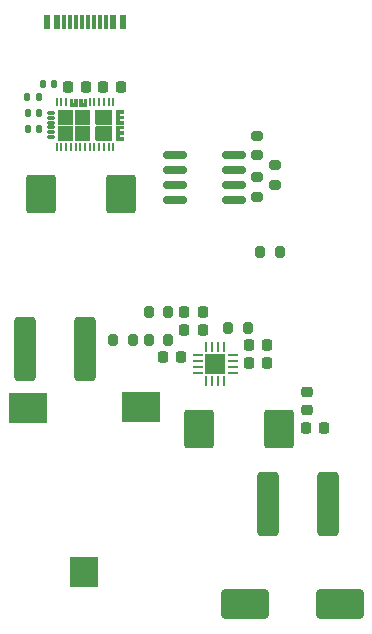
<source format=gtp>
G04 #@! TF.GenerationSoftware,KiCad,Pcbnew,8.0.1*
G04 #@! TF.CreationDate,2024-05-25T23:28:08+08:00*
G04 #@! TF.ProjectId,BatteryPod,42617474-6572-4795-906f-642e6b696361,rev?*
G04 #@! TF.SameCoordinates,Original*
G04 #@! TF.FileFunction,Paste,Top*
G04 #@! TF.FilePolarity,Positive*
%FSLAX46Y46*%
G04 Gerber Fmt 4.6, Leading zero omitted, Abs format (unit mm)*
G04 Created by KiCad (PCBNEW 8.0.1) date 2024-05-25 23:28:08*
%MOMM*%
%LPD*%
G01*
G04 APERTURE LIST*
G04 Aperture macros list*
%AMRoundRect*
0 Rectangle with rounded corners*
0 $1 Rounding radius*
0 $2 $3 $4 $5 $6 $7 $8 $9 X,Y pos of 4 corners*
0 Add a 4 corners polygon primitive as box body*
4,1,4,$2,$3,$4,$5,$6,$7,$8,$9,$2,$3,0*
0 Add four circle primitives for the rounded corners*
1,1,$1+$1,$2,$3*
1,1,$1+$1,$4,$5*
1,1,$1+$1,$6,$7*
1,1,$1+$1,$8,$9*
0 Add four rect primitives between the rounded corners*
20,1,$1+$1,$2,$3,$4,$5,0*
20,1,$1+$1,$4,$5,$6,$7,0*
20,1,$1+$1,$6,$7,$8,$9,0*
20,1,$1+$1,$8,$9,$2,$3,0*%
G04 Aperture macros list end*
%ADD10C,0.010000*%
%ADD11RoundRect,0.008000X-0.292000X-0.092000X0.292000X-0.092000X0.292000X0.092000X-0.292000X0.092000X0*%
%ADD12RoundRect,0.024000X-0.076000X-0.276000X0.076000X-0.276000X0.076000X0.276000X-0.076000X0.276000X0*%
%ADD13RoundRect,0.225000X-0.225000X-0.250000X0.225000X-0.250000X0.225000X0.250000X-0.225000X0.250000X0*%
%ADD14R,0.812800X0.254000*%
%ADD15R,0.254000X0.812800*%
%ADD16R,1.752600X1.752600*%
%ADD17RoundRect,0.200000X0.200000X0.275000X-0.200000X0.275000X-0.200000X-0.275000X0.200000X-0.275000X0*%
%ADD18RoundRect,0.225000X0.250000X-0.225000X0.250000X0.225000X-0.250000X0.225000X-0.250000X-0.225000X0*%
%ADD19RoundRect,0.250000X-0.650000X-2.450000X0.650000X-2.450000X0.650000X2.450000X-0.650000X2.450000X0*%
%ADD20RoundRect,0.200000X0.275000X-0.200000X0.275000X0.200000X-0.275000X0.200000X-0.275000X-0.200000X0*%
%ADD21RoundRect,0.200000X-0.200000X-0.275000X0.200000X-0.275000X0.200000X0.275000X-0.200000X0.275000X0*%
%ADD22RoundRect,0.225000X0.225000X0.250000X-0.225000X0.250000X-0.225000X-0.250000X0.225000X-0.250000X0*%
%ADD23R,0.600000X1.240000*%
%ADD24R,0.300000X1.240000*%
%ADD25RoundRect,0.250000X-1.000000X1.400000X-1.000000X-1.400000X1.000000X-1.400000X1.000000X1.400000X0*%
%ADD26RoundRect,0.140000X0.140000X0.170000X-0.140000X0.170000X-0.140000X-0.170000X0.140000X-0.170000X0*%
%ADD27RoundRect,0.250000X1.000000X-1.400000X1.000000X1.400000X-1.000000X1.400000X-1.000000X-1.400000X0*%
%ADD28R,3.200000X2.600000*%
%ADD29R,3.200000X2.599990*%
%ADD30R,2.400000X2.600000*%
%ADD31RoundRect,0.150000X-0.825000X-0.150000X0.825000X-0.150000X0.825000X0.150000X-0.825000X0.150000X0*%
%ADD32RoundRect,0.200000X-0.275000X0.200000X-0.275000X-0.200000X0.275000X-0.200000X0.275000X0.200000X0*%
%ADD33RoundRect,0.250000X-1.750000X-1.000000X1.750000X-1.000000X1.750000X1.000000X-1.750000X1.000000X0*%
G04 APERTURE END LIST*
D10*
X109143000Y-88751000D02*
X109145000Y-88751000D01*
X109148000Y-88752000D01*
X109150000Y-88752000D01*
X109153000Y-88753000D01*
X109155000Y-88754000D01*
X109158000Y-88755000D01*
X109160000Y-88757000D01*
X109162000Y-88758000D01*
X109164000Y-88760000D01*
X109166000Y-88761000D01*
X109168000Y-88763000D01*
X109170000Y-88765000D01*
X109172000Y-88767000D01*
X109174000Y-88769000D01*
X109175000Y-88771000D01*
X109177000Y-88773000D01*
X109178000Y-88775000D01*
X109180000Y-88777000D01*
X109181000Y-88780000D01*
X109182000Y-88782000D01*
X109183000Y-88785000D01*
X109183000Y-88787000D01*
X109184000Y-88790000D01*
X109184000Y-88792000D01*
X109185000Y-88795000D01*
X109185000Y-88797000D01*
X109185000Y-88800000D01*
X109185000Y-89870000D01*
X109185000Y-89873000D01*
X109185000Y-89875000D01*
X109184000Y-89878000D01*
X109184000Y-89880000D01*
X109183000Y-89883000D01*
X109183000Y-89885000D01*
X109182000Y-89888000D01*
X109181000Y-89890000D01*
X109180000Y-89893000D01*
X109178000Y-89895000D01*
X109177000Y-89897000D01*
X109175000Y-89899000D01*
X109174000Y-89901000D01*
X109172000Y-89903000D01*
X109170000Y-89905000D01*
X109168000Y-89907000D01*
X109166000Y-89909000D01*
X109164000Y-89910000D01*
X109162000Y-89912000D01*
X109160000Y-89913000D01*
X109158000Y-89915000D01*
X109155000Y-89916000D01*
X109153000Y-89917000D01*
X109150000Y-89918000D01*
X109148000Y-89918000D01*
X109145000Y-89919000D01*
X109143000Y-89919000D01*
X109140000Y-89920000D01*
X109138000Y-89920000D01*
X109135000Y-89920000D01*
X108035000Y-89920000D01*
X108032000Y-89920000D01*
X108030000Y-89920000D01*
X108027000Y-89919000D01*
X108025000Y-89919000D01*
X108022000Y-89918000D01*
X108020000Y-89918000D01*
X108017000Y-89917000D01*
X108015000Y-89916000D01*
X108012000Y-89915000D01*
X108010000Y-89913000D01*
X108008000Y-89912000D01*
X108006000Y-89910000D01*
X108004000Y-89909000D01*
X108002000Y-89907000D01*
X108000000Y-89905000D01*
X107998000Y-89903000D01*
X107996000Y-89901000D01*
X107995000Y-89899000D01*
X107993000Y-89897000D01*
X107992000Y-89895000D01*
X107990000Y-89893000D01*
X107989000Y-89890000D01*
X107988000Y-89888000D01*
X107987000Y-89885000D01*
X107987000Y-89883000D01*
X107986000Y-89880000D01*
X107986000Y-89878000D01*
X107985000Y-89875000D01*
X107985000Y-89873000D01*
X107985000Y-89870000D01*
X107985000Y-88800000D01*
X107985000Y-88797000D01*
X107985000Y-88795000D01*
X107986000Y-88792000D01*
X107986000Y-88790000D01*
X107987000Y-88787000D01*
X107987000Y-88785000D01*
X107988000Y-88782000D01*
X107989000Y-88780000D01*
X107990000Y-88777000D01*
X107992000Y-88775000D01*
X107993000Y-88773000D01*
X107995000Y-88771000D01*
X107996000Y-88769000D01*
X107998000Y-88767000D01*
X108000000Y-88765000D01*
X108002000Y-88763000D01*
X108004000Y-88761000D01*
X108006000Y-88760000D01*
X108008000Y-88758000D01*
X108010000Y-88757000D01*
X108012000Y-88755000D01*
X108015000Y-88754000D01*
X108017000Y-88753000D01*
X108020000Y-88752000D01*
X108022000Y-88752000D01*
X108025000Y-88751000D01*
X108027000Y-88751000D01*
X108030000Y-88750000D01*
X108032000Y-88750000D01*
X108035000Y-88750000D01*
X109135000Y-88750000D01*
X109138000Y-88750000D01*
X109140000Y-88750000D01*
X109143000Y-88751000D01*
G36*
X109143000Y-88751000D02*
G01*
X109145000Y-88751000D01*
X109148000Y-88752000D01*
X109150000Y-88752000D01*
X109153000Y-88753000D01*
X109155000Y-88754000D01*
X109158000Y-88755000D01*
X109160000Y-88757000D01*
X109162000Y-88758000D01*
X109164000Y-88760000D01*
X109166000Y-88761000D01*
X109168000Y-88763000D01*
X109170000Y-88765000D01*
X109172000Y-88767000D01*
X109174000Y-88769000D01*
X109175000Y-88771000D01*
X109177000Y-88773000D01*
X109178000Y-88775000D01*
X109180000Y-88777000D01*
X109181000Y-88780000D01*
X109182000Y-88782000D01*
X109183000Y-88785000D01*
X109183000Y-88787000D01*
X109184000Y-88790000D01*
X109184000Y-88792000D01*
X109185000Y-88795000D01*
X109185000Y-88797000D01*
X109185000Y-88800000D01*
X109185000Y-89870000D01*
X109185000Y-89873000D01*
X109185000Y-89875000D01*
X109184000Y-89878000D01*
X109184000Y-89880000D01*
X109183000Y-89883000D01*
X109183000Y-89885000D01*
X109182000Y-89888000D01*
X109181000Y-89890000D01*
X109180000Y-89893000D01*
X109178000Y-89895000D01*
X109177000Y-89897000D01*
X109175000Y-89899000D01*
X109174000Y-89901000D01*
X109172000Y-89903000D01*
X109170000Y-89905000D01*
X109168000Y-89907000D01*
X109166000Y-89909000D01*
X109164000Y-89910000D01*
X109162000Y-89912000D01*
X109160000Y-89913000D01*
X109158000Y-89915000D01*
X109155000Y-89916000D01*
X109153000Y-89917000D01*
X109150000Y-89918000D01*
X109148000Y-89918000D01*
X109145000Y-89919000D01*
X109143000Y-89919000D01*
X109140000Y-89920000D01*
X109138000Y-89920000D01*
X109135000Y-89920000D01*
X108035000Y-89920000D01*
X108032000Y-89920000D01*
X108030000Y-89920000D01*
X108027000Y-89919000D01*
X108025000Y-89919000D01*
X108022000Y-89918000D01*
X108020000Y-89918000D01*
X108017000Y-89917000D01*
X108015000Y-89916000D01*
X108012000Y-89915000D01*
X108010000Y-89913000D01*
X108008000Y-89912000D01*
X108006000Y-89910000D01*
X108004000Y-89909000D01*
X108002000Y-89907000D01*
X108000000Y-89905000D01*
X107998000Y-89903000D01*
X107996000Y-89901000D01*
X107995000Y-89899000D01*
X107993000Y-89897000D01*
X107992000Y-89895000D01*
X107990000Y-89893000D01*
X107989000Y-89890000D01*
X107988000Y-89888000D01*
X107987000Y-89885000D01*
X107987000Y-89883000D01*
X107986000Y-89880000D01*
X107986000Y-89878000D01*
X107985000Y-89875000D01*
X107985000Y-89873000D01*
X107985000Y-89870000D01*
X107985000Y-88800000D01*
X107985000Y-88797000D01*
X107985000Y-88795000D01*
X107986000Y-88792000D01*
X107986000Y-88790000D01*
X107987000Y-88787000D01*
X107987000Y-88785000D01*
X107988000Y-88782000D01*
X107989000Y-88780000D01*
X107990000Y-88777000D01*
X107992000Y-88775000D01*
X107993000Y-88773000D01*
X107995000Y-88771000D01*
X107996000Y-88769000D01*
X107998000Y-88767000D01*
X108000000Y-88765000D01*
X108002000Y-88763000D01*
X108004000Y-88761000D01*
X108006000Y-88760000D01*
X108008000Y-88758000D01*
X108010000Y-88757000D01*
X108012000Y-88755000D01*
X108015000Y-88754000D01*
X108017000Y-88753000D01*
X108020000Y-88752000D01*
X108022000Y-88752000D01*
X108025000Y-88751000D01*
X108027000Y-88751000D01*
X108030000Y-88750000D01*
X108032000Y-88750000D01*
X108035000Y-88750000D01*
X109135000Y-88750000D01*
X109138000Y-88750000D01*
X109140000Y-88750000D01*
X109143000Y-88751000D01*
G37*
X109143000Y-90131000D02*
X109145000Y-90131000D01*
X109148000Y-90132000D01*
X109150000Y-90132000D01*
X109153000Y-90133000D01*
X109155000Y-90134000D01*
X109158000Y-90135000D01*
X109160000Y-90137000D01*
X109162000Y-90138000D01*
X109164000Y-90140000D01*
X109166000Y-90141000D01*
X109168000Y-90143000D01*
X109170000Y-90145000D01*
X109172000Y-90147000D01*
X109174000Y-90149000D01*
X109175000Y-90151000D01*
X109177000Y-90153000D01*
X109178000Y-90155000D01*
X109180000Y-90157000D01*
X109181000Y-90160000D01*
X109182000Y-90162000D01*
X109183000Y-90165000D01*
X109183000Y-90167000D01*
X109184000Y-90170000D01*
X109184000Y-90172000D01*
X109185000Y-90175000D01*
X109185000Y-90177000D01*
X109185000Y-90180000D01*
X109185000Y-91250000D01*
X109185000Y-91253000D01*
X109185000Y-91255000D01*
X109184000Y-91258000D01*
X109184000Y-91260000D01*
X109183000Y-91263000D01*
X109183000Y-91265000D01*
X109182000Y-91268000D01*
X109181000Y-91270000D01*
X109180000Y-91273000D01*
X109178000Y-91275000D01*
X109177000Y-91277000D01*
X109175000Y-91279000D01*
X109174000Y-91281000D01*
X109172000Y-91283000D01*
X109170000Y-91285000D01*
X109168000Y-91287000D01*
X109166000Y-91289000D01*
X109164000Y-91290000D01*
X109162000Y-91292000D01*
X109160000Y-91293000D01*
X109158000Y-91295000D01*
X109155000Y-91296000D01*
X109153000Y-91297000D01*
X109150000Y-91298000D01*
X109148000Y-91298000D01*
X109145000Y-91299000D01*
X109143000Y-91299000D01*
X109140000Y-91300000D01*
X109138000Y-91300000D01*
X109135000Y-91300000D01*
X108035000Y-91300000D01*
X108032000Y-91300000D01*
X108030000Y-91300000D01*
X108027000Y-91299000D01*
X108025000Y-91299000D01*
X108022000Y-91298000D01*
X108020000Y-91298000D01*
X108017000Y-91297000D01*
X108015000Y-91296000D01*
X108012000Y-91295000D01*
X108010000Y-91293000D01*
X108008000Y-91292000D01*
X108006000Y-91290000D01*
X108004000Y-91289000D01*
X108002000Y-91287000D01*
X108000000Y-91285000D01*
X107998000Y-91283000D01*
X107996000Y-91281000D01*
X107995000Y-91279000D01*
X107993000Y-91277000D01*
X107992000Y-91275000D01*
X107990000Y-91273000D01*
X107989000Y-91270000D01*
X107988000Y-91268000D01*
X107987000Y-91265000D01*
X107987000Y-91263000D01*
X107986000Y-91260000D01*
X107986000Y-91258000D01*
X107985000Y-91255000D01*
X107985000Y-91253000D01*
X107985000Y-91250000D01*
X107985000Y-90180000D01*
X107985000Y-90177000D01*
X107985000Y-90175000D01*
X107986000Y-90172000D01*
X107986000Y-90170000D01*
X107987000Y-90167000D01*
X107987000Y-90165000D01*
X107988000Y-90162000D01*
X107989000Y-90160000D01*
X107990000Y-90157000D01*
X107992000Y-90155000D01*
X107993000Y-90153000D01*
X107995000Y-90151000D01*
X107996000Y-90149000D01*
X107998000Y-90147000D01*
X108000000Y-90145000D01*
X108002000Y-90143000D01*
X108004000Y-90141000D01*
X108006000Y-90140000D01*
X108008000Y-90138000D01*
X108010000Y-90137000D01*
X108012000Y-90135000D01*
X108015000Y-90134000D01*
X108017000Y-90133000D01*
X108020000Y-90132000D01*
X108022000Y-90132000D01*
X108025000Y-90131000D01*
X108027000Y-90131000D01*
X108030000Y-90130000D01*
X108032000Y-90130000D01*
X108035000Y-90130000D01*
X109135000Y-90130000D01*
X109138000Y-90130000D01*
X109140000Y-90130000D01*
X109143000Y-90131000D01*
G36*
X109143000Y-90131000D02*
G01*
X109145000Y-90131000D01*
X109148000Y-90132000D01*
X109150000Y-90132000D01*
X109153000Y-90133000D01*
X109155000Y-90134000D01*
X109158000Y-90135000D01*
X109160000Y-90137000D01*
X109162000Y-90138000D01*
X109164000Y-90140000D01*
X109166000Y-90141000D01*
X109168000Y-90143000D01*
X109170000Y-90145000D01*
X109172000Y-90147000D01*
X109174000Y-90149000D01*
X109175000Y-90151000D01*
X109177000Y-90153000D01*
X109178000Y-90155000D01*
X109180000Y-90157000D01*
X109181000Y-90160000D01*
X109182000Y-90162000D01*
X109183000Y-90165000D01*
X109183000Y-90167000D01*
X109184000Y-90170000D01*
X109184000Y-90172000D01*
X109185000Y-90175000D01*
X109185000Y-90177000D01*
X109185000Y-90180000D01*
X109185000Y-91250000D01*
X109185000Y-91253000D01*
X109185000Y-91255000D01*
X109184000Y-91258000D01*
X109184000Y-91260000D01*
X109183000Y-91263000D01*
X109183000Y-91265000D01*
X109182000Y-91268000D01*
X109181000Y-91270000D01*
X109180000Y-91273000D01*
X109178000Y-91275000D01*
X109177000Y-91277000D01*
X109175000Y-91279000D01*
X109174000Y-91281000D01*
X109172000Y-91283000D01*
X109170000Y-91285000D01*
X109168000Y-91287000D01*
X109166000Y-91289000D01*
X109164000Y-91290000D01*
X109162000Y-91292000D01*
X109160000Y-91293000D01*
X109158000Y-91295000D01*
X109155000Y-91296000D01*
X109153000Y-91297000D01*
X109150000Y-91298000D01*
X109148000Y-91298000D01*
X109145000Y-91299000D01*
X109143000Y-91299000D01*
X109140000Y-91300000D01*
X109138000Y-91300000D01*
X109135000Y-91300000D01*
X108035000Y-91300000D01*
X108032000Y-91300000D01*
X108030000Y-91300000D01*
X108027000Y-91299000D01*
X108025000Y-91299000D01*
X108022000Y-91298000D01*
X108020000Y-91298000D01*
X108017000Y-91297000D01*
X108015000Y-91296000D01*
X108012000Y-91295000D01*
X108010000Y-91293000D01*
X108008000Y-91292000D01*
X108006000Y-91290000D01*
X108004000Y-91289000D01*
X108002000Y-91287000D01*
X108000000Y-91285000D01*
X107998000Y-91283000D01*
X107996000Y-91281000D01*
X107995000Y-91279000D01*
X107993000Y-91277000D01*
X107992000Y-91275000D01*
X107990000Y-91273000D01*
X107989000Y-91270000D01*
X107988000Y-91268000D01*
X107987000Y-91265000D01*
X107987000Y-91263000D01*
X107986000Y-91260000D01*
X107986000Y-91258000D01*
X107985000Y-91255000D01*
X107985000Y-91253000D01*
X107985000Y-91250000D01*
X107985000Y-90180000D01*
X107985000Y-90177000D01*
X107985000Y-90175000D01*
X107986000Y-90172000D01*
X107986000Y-90170000D01*
X107987000Y-90167000D01*
X107987000Y-90165000D01*
X107988000Y-90162000D01*
X107989000Y-90160000D01*
X107990000Y-90157000D01*
X107992000Y-90155000D01*
X107993000Y-90153000D01*
X107995000Y-90151000D01*
X107996000Y-90149000D01*
X107998000Y-90147000D01*
X108000000Y-90145000D01*
X108002000Y-90143000D01*
X108004000Y-90141000D01*
X108006000Y-90140000D01*
X108008000Y-90138000D01*
X108010000Y-90137000D01*
X108012000Y-90135000D01*
X108015000Y-90134000D01*
X108017000Y-90133000D01*
X108020000Y-90132000D01*
X108022000Y-90132000D01*
X108025000Y-90131000D01*
X108027000Y-90131000D01*
X108030000Y-90130000D01*
X108032000Y-90130000D01*
X108035000Y-90130000D01*
X109135000Y-90130000D01*
X109138000Y-90130000D01*
X109140000Y-90130000D01*
X109143000Y-90131000D01*
G37*
X110543000Y-88751000D02*
X110545000Y-88751000D01*
X110548000Y-88752000D01*
X110550000Y-88752000D01*
X110553000Y-88753000D01*
X110555000Y-88754000D01*
X110558000Y-88755000D01*
X110560000Y-88757000D01*
X110562000Y-88758000D01*
X110564000Y-88760000D01*
X110566000Y-88761000D01*
X110568000Y-88763000D01*
X110570000Y-88765000D01*
X110572000Y-88767000D01*
X110574000Y-88769000D01*
X110575000Y-88771000D01*
X110577000Y-88773000D01*
X110578000Y-88775000D01*
X110580000Y-88777000D01*
X110581000Y-88780000D01*
X110582000Y-88782000D01*
X110583000Y-88785000D01*
X110583000Y-88787000D01*
X110584000Y-88790000D01*
X110584000Y-88792000D01*
X110585000Y-88795000D01*
X110585000Y-88797000D01*
X110585000Y-88800000D01*
X110585000Y-89870000D01*
X110585000Y-89873000D01*
X110585000Y-89875000D01*
X110584000Y-89878000D01*
X110584000Y-89880000D01*
X110583000Y-89883000D01*
X110583000Y-89885000D01*
X110582000Y-89888000D01*
X110581000Y-89890000D01*
X110580000Y-89893000D01*
X110578000Y-89895000D01*
X110577000Y-89897000D01*
X110575000Y-89899000D01*
X110574000Y-89901000D01*
X110572000Y-89903000D01*
X110570000Y-89905000D01*
X110568000Y-89907000D01*
X110566000Y-89909000D01*
X110564000Y-89910000D01*
X110562000Y-89912000D01*
X110560000Y-89913000D01*
X110558000Y-89915000D01*
X110555000Y-89916000D01*
X110553000Y-89917000D01*
X110550000Y-89918000D01*
X110548000Y-89918000D01*
X110545000Y-89919000D01*
X110543000Y-89919000D01*
X110540000Y-89920000D01*
X110538000Y-89920000D01*
X110535000Y-89920000D01*
X109435000Y-89920000D01*
X109432000Y-89920000D01*
X109430000Y-89920000D01*
X109427000Y-89919000D01*
X109425000Y-89919000D01*
X109422000Y-89918000D01*
X109420000Y-89918000D01*
X109417000Y-89917000D01*
X109415000Y-89916000D01*
X109412000Y-89915000D01*
X109410000Y-89913000D01*
X109408000Y-89912000D01*
X109406000Y-89910000D01*
X109404000Y-89909000D01*
X109402000Y-89907000D01*
X109400000Y-89905000D01*
X109398000Y-89903000D01*
X109396000Y-89901000D01*
X109395000Y-89899000D01*
X109393000Y-89897000D01*
X109392000Y-89895000D01*
X109390000Y-89893000D01*
X109389000Y-89890000D01*
X109388000Y-89888000D01*
X109387000Y-89885000D01*
X109387000Y-89883000D01*
X109386000Y-89880000D01*
X109386000Y-89878000D01*
X109385000Y-89875000D01*
X109385000Y-89873000D01*
X109385000Y-89870000D01*
X109385000Y-88800000D01*
X109385000Y-88797000D01*
X109385000Y-88795000D01*
X109386000Y-88792000D01*
X109386000Y-88790000D01*
X109387000Y-88787000D01*
X109387000Y-88785000D01*
X109388000Y-88782000D01*
X109389000Y-88780000D01*
X109390000Y-88777000D01*
X109392000Y-88775000D01*
X109393000Y-88773000D01*
X109395000Y-88771000D01*
X109396000Y-88769000D01*
X109398000Y-88767000D01*
X109400000Y-88765000D01*
X109402000Y-88763000D01*
X109404000Y-88761000D01*
X109406000Y-88760000D01*
X109408000Y-88758000D01*
X109410000Y-88757000D01*
X109412000Y-88755000D01*
X109415000Y-88754000D01*
X109417000Y-88753000D01*
X109420000Y-88752000D01*
X109422000Y-88752000D01*
X109425000Y-88751000D01*
X109427000Y-88751000D01*
X109430000Y-88750000D01*
X109432000Y-88750000D01*
X109435000Y-88750000D01*
X110535000Y-88750000D01*
X110538000Y-88750000D01*
X110540000Y-88750000D01*
X110543000Y-88751000D01*
G36*
X110543000Y-88751000D02*
G01*
X110545000Y-88751000D01*
X110548000Y-88752000D01*
X110550000Y-88752000D01*
X110553000Y-88753000D01*
X110555000Y-88754000D01*
X110558000Y-88755000D01*
X110560000Y-88757000D01*
X110562000Y-88758000D01*
X110564000Y-88760000D01*
X110566000Y-88761000D01*
X110568000Y-88763000D01*
X110570000Y-88765000D01*
X110572000Y-88767000D01*
X110574000Y-88769000D01*
X110575000Y-88771000D01*
X110577000Y-88773000D01*
X110578000Y-88775000D01*
X110580000Y-88777000D01*
X110581000Y-88780000D01*
X110582000Y-88782000D01*
X110583000Y-88785000D01*
X110583000Y-88787000D01*
X110584000Y-88790000D01*
X110584000Y-88792000D01*
X110585000Y-88795000D01*
X110585000Y-88797000D01*
X110585000Y-88800000D01*
X110585000Y-89870000D01*
X110585000Y-89873000D01*
X110585000Y-89875000D01*
X110584000Y-89878000D01*
X110584000Y-89880000D01*
X110583000Y-89883000D01*
X110583000Y-89885000D01*
X110582000Y-89888000D01*
X110581000Y-89890000D01*
X110580000Y-89893000D01*
X110578000Y-89895000D01*
X110577000Y-89897000D01*
X110575000Y-89899000D01*
X110574000Y-89901000D01*
X110572000Y-89903000D01*
X110570000Y-89905000D01*
X110568000Y-89907000D01*
X110566000Y-89909000D01*
X110564000Y-89910000D01*
X110562000Y-89912000D01*
X110560000Y-89913000D01*
X110558000Y-89915000D01*
X110555000Y-89916000D01*
X110553000Y-89917000D01*
X110550000Y-89918000D01*
X110548000Y-89918000D01*
X110545000Y-89919000D01*
X110543000Y-89919000D01*
X110540000Y-89920000D01*
X110538000Y-89920000D01*
X110535000Y-89920000D01*
X109435000Y-89920000D01*
X109432000Y-89920000D01*
X109430000Y-89920000D01*
X109427000Y-89919000D01*
X109425000Y-89919000D01*
X109422000Y-89918000D01*
X109420000Y-89918000D01*
X109417000Y-89917000D01*
X109415000Y-89916000D01*
X109412000Y-89915000D01*
X109410000Y-89913000D01*
X109408000Y-89912000D01*
X109406000Y-89910000D01*
X109404000Y-89909000D01*
X109402000Y-89907000D01*
X109400000Y-89905000D01*
X109398000Y-89903000D01*
X109396000Y-89901000D01*
X109395000Y-89899000D01*
X109393000Y-89897000D01*
X109392000Y-89895000D01*
X109390000Y-89893000D01*
X109389000Y-89890000D01*
X109388000Y-89888000D01*
X109387000Y-89885000D01*
X109387000Y-89883000D01*
X109386000Y-89880000D01*
X109386000Y-89878000D01*
X109385000Y-89875000D01*
X109385000Y-89873000D01*
X109385000Y-89870000D01*
X109385000Y-88800000D01*
X109385000Y-88797000D01*
X109385000Y-88795000D01*
X109386000Y-88792000D01*
X109386000Y-88790000D01*
X109387000Y-88787000D01*
X109387000Y-88785000D01*
X109388000Y-88782000D01*
X109389000Y-88780000D01*
X109390000Y-88777000D01*
X109392000Y-88775000D01*
X109393000Y-88773000D01*
X109395000Y-88771000D01*
X109396000Y-88769000D01*
X109398000Y-88767000D01*
X109400000Y-88765000D01*
X109402000Y-88763000D01*
X109404000Y-88761000D01*
X109406000Y-88760000D01*
X109408000Y-88758000D01*
X109410000Y-88757000D01*
X109412000Y-88755000D01*
X109415000Y-88754000D01*
X109417000Y-88753000D01*
X109420000Y-88752000D01*
X109422000Y-88752000D01*
X109425000Y-88751000D01*
X109427000Y-88751000D01*
X109430000Y-88750000D01*
X109432000Y-88750000D01*
X109435000Y-88750000D01*
X110535000Y-88750000D01*
X110538000Y-88750000D01*
X110540000Y-88750000D01*
X110543000Y-88751000D01*
G37*
X110543000Y-90131000D02*
X110545000Y-90131000D01*
X110548000Y-90132000D01*
X110550000Y-90132000D01*
X110553000Y-90133000D01*
X110555000Y-90134000D01*
X110558000Y-90135000D01*
X110560000Y-90137000D01*
X110562000Y-90138000D01*
X110564000Y-90140000D01*
X110566000Y-90141000D01*
X110568000Y-90143000D01*
X110570000Y-90145000D01*
X110572000Y-90147000D01*
X110574000Y-90149000D01*
X110575000Y-90151000D01*
X110577000Y-90153000D01*
X110578000Y-90155000D01*
X110580000Y-90157000D01*
X110581000Y-90160000D01*
X110582000Y-90162000D01*
X110583000Y-90165000D01*
X110583000Y-90167000D01*
X110584000Y-90170000D01*
X110584000Y-90172000D01*
X110585000Y-90175000D01*
X110585000Y-90177000D01*
X110585000Y-90180000D01*
X110585000Y-91250000D01*
X110585000Y-91253000D01*
X110585000Y-91255000D01*
X110584000Y-91258000D01*
X110584000Y-91260000D01*
X110583000Y-91263000D01*
X110583000Y-91265000D01*
X110582000Y-91268000D01*
X110581000Y-91270000D01*
X110580000Y-91273000D01*
X110578000Y-91275000D01*
X110577000Y-91277000D01*
X110575000Y-91279000D01*
X110574000Y-91281000D01*
X110572000Y-91283000D01*
X110570000Y-91285000D01*
X110568000Y-91287000D01*
X110566000Y-91289000D01*
X110564000Y-91290000D01*
X110562000Y-91292000D01*
X110560000Y-91293000D01*
X110558000Y-91295000D01*
X110555000Y-91296000D01*
X110553000Y-91297000D01*
X110550000Y-91298000D01*
X110548000Y-91298000D01*
X110545000Y-91299000D01*
X110543000Y-91299000D01*
X110540000Y-91300000D01*
X110538000Y-91300000D01*
X110535000Y-91300000D01*
X109435000Y-91300000D01*
X109432000Y-91300000D01*
X109430000Y-91300000D01*
X109427000Y-91299000D01*
X109425000Y-91299000D01*
X109422000Y-91298000D01*
X109420000Y-91298000D01*
X109417000Y-91297000D01*
X109415000Y-91296000D01*
X109412000Y-91295000D01*
X109410000Y-91293000D01*
X109408000Y-91292000D01*
X109406000Y-91290000D01*
X109404000Y-91289000D01*
X109402000Y-91287000D01*
X109400000Y-91285000D01*
X109398000Y-91283000D01*
X109396000Y-91281000D01*
X109395000Y-91279000D01*
X109393000Y-91277000D01*
X109392000Y-91275000D01*
X109390000Y-91273000D01*
X109389000Y-91270000D01*
X109388000Y-91268000D01*
X109387000Y-91265000D01*
X109387000Y-91263000D01*
X109386000Y-91260000D01*
X109386000Y-91258000D01*
X109385000Y-91255000D01*
X109385000Y-91253000D01*
X109385000Y-91250000D01*
X109385000Y-90180000D01*
X109385000Y-90177000D01*
X109385000Y-90175000D01*
X109386000Y-90172000D01*
X109386000Y-90170000D01*
X109387000Y-90167000D01*
X109387000Y-90165000D01*
X109388000Y-90162000D01*
X109389000Y-90160000D01*
X109390000Y-90157000D01*
X109392000Y-90155000D01*
X109393000Y-90153000D01*
X109395000Y-90151000D01*
X109396000Y-90149000D01*
X109398000Y-90147000D01*
X109400000Y-90145000D01*
X109402000Y-90143000D01*
X109404000Y-90141000D01*
X109406000Y-90140000D01*
X109408000Y-90138000D01*
X109410000Y-90137000D01*
X109412000Y-90135000D01*
X109415000Y-90134000D01*
X109417000Y-90133000D01*
X109420000Y-90132000D01*
X109422000Y-90132000D01*
X109425000Y-90131000D01*
X109427000Y-90131000D01*
X109430000Y-90130000D01*
X109432000Y-90130000D01*
X109435000Y-90130000D01*
X110535000Y-90130000D01*
X110538000Y-90130000D01*
X110540000Y-90130000D01*
X110543000Y-90131000D01*
G36*
X110543000Y-90131000D02*
G01*
X110545000Y-90131000D01*
X110548000Y-90132000D01*
X110550000Y-90132000D01*
X110553000Y-90133000D01*
X110555000Y-90134000D01*
X110558000Y-90135000D01*
X110560000Y-90137000D01*
X110562000Y-90138000D01*
X110564000Y-90140000D01*
X110566000Y-90141000D01*
X110568000Y-90143000D01*
X110570000Y-90145000D01*
X110572000Y-90147000D01*
X110574000Y-90149000D01*
X110575000Y-90151000D01*
X110577000Y-90153000D01*
X110578000Y-90155000D01*
X110580000Y-90157000D01*
X110581000Y-90160000D01*
X110582000Y-90162000D01*
X110583000Y-90165000D01*
X110583000Y-90167000D01*
X110584000Y-90170000D01*
X110584000Y-90172000D01*
X110585000Y-90175000D01*
X110585000Y-90177000D01*
X110585000Y-90180000D01*
X110585000Y-91250000D01*
X110585000Y-91253000D01*
X110585000Y-91255000D01*
X110584000Y-91258000D01*
X110584000Y-91260000D01*
X110583000Y-91263000D01*
X110583000Y-91265000D01*
X110582000Y-91268000D01*
X110581000Y-91270000D01*
X110580000Y-91273000D01*
X110578000Y-91275000D01*
X110577000Y-91277000D01*
X110575000Y-91279000D01*
X110574000Y-91281000D01*
X110572000Y-91283000D01*
X110570000Y-91285000D01*
X110568000Y-91287000D01*
X110566000Y-91289000D01*
X110564000Y-91290000D01*
X110562000Y-91292000D01*
X110560000Y-91293000D01*
X110558000Y-91295000D01*
X110555000Y-91296000D01*
X110553000Y-91297000D01*
X110550000Y-91298000D01*
X110548000Y-91298000D01*
X110545000Y-91299000D01*
X110543000Y-91299000D01*
X110540000Y-91300000D01*
X110538000Y-91300000D01*
X110535000Y-91300000D01*
X109435000Y-91300000D01*
X109432000Y-91300000D01*
X109430000Y-91300000D01*
X109427000Y-91299000D01*
X109425000Y-91299000D01*
X109422000Y-91298000D01*
X109420000Y-91298000D01*
X109417000Y-91297000D01*
X109415000Y-91296000D01*
X109412000Y-91295000D01*
X109410000Y-91293000D01*
X109408000Y-91292000D01*
X109406000Y-91290000D01*
X109404000Y-91289000D01*
X109402000Y-91287000D01*
X109400000Y-91285000D01*
X109398000Y-91283000D01*
X109396000Y-91281000D01*
X109395000Y-91279000D01*
X109393000Y-91277000D01*
X109392000Y-91275000D01*
X109390000Y-91273000D01*
X109389000Y-91270000D01*
X109388000Y-91268000D01*
X109387000Y-91265000D01*
X109387000Y-91263000D01*
X109386000Y-91260000D01*
X109386000Y-91258000D01*
X109385000Y-91255000D01*
X109385000Y-91253000D01*
X109385000Y-91250000D01*
X109385000Y-90180000D01*
X109385000Y-90177000D01*
X109385000Y-90175000D01*
X109386000Y-90172000D01*
X109386000Y-90170000D01*
X109387000Y-90167000D01*
X109387000Y-90165000D01*
X109388000Y-90162000D01*
X109389000Y-90160000D01*
X109390000Y-90157000D01*
X109392000Y-90155000D01*
X109393000Y-90153000D01*
X109395000Y-90151000D01*
X109396000Y-90149000D01*
X109398000Y-90147000D01*
X109400000Y-90145000D01*
X109402000Y-90143000D01*
X109404000Y-90141000D01*
X109406000Y-90140000D01*
X109408000Y-90138000D01*
X109410000Y-90137000D01*
X109412000Y-90135000D01*
X109415000Y-90134000D01*
X109417000Y-90133000D01*
X109420000Y-90132000D01*
X109422000Y-90132000D01*
X109425000Y-90131000D01*
X109427000Y-90131000D01*
X109430000Y-90130000D01*
X109432000Y-90130000D01*
X109435000Y-90130000D01*
X110535000Y-90130000D01*
X110538000Y-90130000D01*
X110540000Y-90130000D01*
X110543000Y-90131000D01*
G37*
X112443000Y-88751000D02*
X112445000Y-88751000D01*
X112448000Y-88752000D01*
X112450000Y-88752000D01*
X112453000Y-88753000D01*
X112455000Y-88754000D01*
X112458000Y-88755000D01*
X112460000Y-88757000D01*
X112462000Y-88758000D01*
X112464000Y-88760000D01*
X112466000Y-88761000D01*
X112468000Y-88763000D01*
X112470000Y-88765000D01*
X112472000Y-88767000D01*
X112474000Y-88769000D01*
X112475000Y-88771000D01*
X112477000Y-88773000D01*
X112478000Y-88775000D01*
X112480000Y-88777000D01*
X112481000Y-88780000D01*
X112482000Y-88782000D01*
X112483000Y-88785000D01*
X112483000Y-88787000D01*
X112484000Y-88790000D01*
X112484000Y-88792000D01*
X112485000Y-88795000D01*
X112485000Y-88797000D01*
X112485000Y-88800000D01*
X112485000Y-89870000D01*
X112485000Y-89873000D01*
X112485000Y-89875000D01*
X112484000Y-89878000D01*
X112484000Y-89880000D01*
X112483000Y-89883000D01*
X112483000Y-89885000D01*
X112482000Y-89888000D01*
X112481000Y-89890000D01*
X112480000Y-89893000D01*
X112478000Y-89895000D01*
X112477000Y-89897000D01*
X112475000Y-89899000D01*
X112474000Y-89901000D01*
X112472000Y-89903000D01*
X112470000Y-89905000D01*
X112468000Y-89907000D01*
X112466000Y-89909000D01*
X112464000Y-89910000D01*
X112462000Y-89912000D01*
X112460000Y-89913000D01*
X112458000Y-89915000D01*
X112455000Y-89916000D01*
X112453000Y-89917000D01*
X112450000Y-89918000D01*
X112448000Y-89918000D01*
X112445000Y-89919000D01*
X112443000Y-89919000D01*
X112440000Y-89920000D01*
X112438000Y-89920000D01*
X112435000Y-89920000D01*
X111185000Y-89920000D01*
X111182000Y-89920000D01*
X111180000Y-89920000D01*
X111177000Y-89919000D01*
X111175000Y-89919000D01*
X111172000Y-89918000D01*
X111170000Y-89918000D01*
X111167000Y-89917000D01*
X111165000Y-89916000D01*
X111162000Y-89915000D01*
X111160000Y-89913000D01*
X111158000Y-89912000D01*
X111156000Y-89910000D01*
X111154000Y-89909000D01*
X111152000Y-89907000D01*
X111150000Y-89905000D01*
X111148000Y-89903000D01*
X111146000Y-89901000D01*
X111145000Y-89899000D01*
X111143000Y-89897000D01*
X111142000Y-89895000D01*
X111140000Y-89893000D01*
X111139000Y-89890000D01*
X111138000Y-89888000D01*
X111137000Y-89885000D01*
X111137000Y-89883000D01*
X111136000Y-89880000D01*
X111136000Y-89878000D01*
X111135000Y-89875000D01*
X111135000Y-89873000D01*
X111135000Y-89870000D01*
X111135000Y-88800000D01*
X111135000Y-88797000D01*
X111135000Y-88795000D01*
X111136000Y-88792000D01*
X111136000Y-88790000D01*
X111137000Y-88787000D01*
X111137000Y-88785000D01*
X111138000Y-88782000D01*
X111139000Y-88780000D01*
X111140000Y-88777000D01*
X111142000Y-88775000D01*
X111143000Y-88773000D01*
X111145000Y-88771000D01*
X111146000Y-88769000D01*
X111148000Y-88767000D01*
X111150000Y-88765000D01*
X111152000Y-88763000D01*
X111154000Y-88761000D01*
X111156000Y-88760000D01*
X111158000Y-88758000D01*
X111160000Y-88757000D01*
X111162000Y-88755000D01*
X111165000Y-88754000D01*
X111167000Y-88753000D01*
X111170000Y-88752000D01*
X111172000Y-88752000D01*
X111175000Y-88751000D01*
X111177000Y-88751000D01*
X111180000Y-88750000D01*
X111182000Y-88750000D01*
X111185000Y-88750000D01*
X112435000Y-88750000D01*
X112438000Y-88750000D01*
X112440000Y-88750000D01*
X112443000Y-88751000D01*
G36*
X112443000Y-88751000D02*
G01*
X112445000Y-88751000D01*
X112448000Y-88752000D01*
X112450000Y-88752000D01*
X112453000Y-88753000D01*
X112455000Y-88754000D01*
X112458000Y-88755000D01*
X112460000Y-88757000D01*
X112462000Y-88758000D01*
X112464000Y-88760000D01*
X112466000Y-88761000D01*
X112468000Y-88763000D01*
X112470000Y-88765000D01*
X112472000Y-88767000D01*
X112474000Y-88769000D01*
X112475000Y-88771000D01*
X112477000Y-88773000D01*
X112478000Y-88775000D01*
X112480000Y-88777000D01*
X112481000Y-88780000D01*
X112482000Y-88782000D01*
X112483000Y-88785000D01*
X112483000Y-88787000D01*
X112484000Y-88790000D01*
X112484000Y-88792000D01*
X112485000Y-88795000D01*
X112485000Y-88797000D01*
X112485000Y-88800000D01*
X112485000Y-89870000D01*
X112485000Y-89873000D01*
X112485000Y-89875000D01*
X112484000Y-89878000D01*
X112484000Y-89880000D01*
X112483000Y-89883000D01*
X112483000Y-89885000D01*
X112482000Y-89888000D01*
X112481000Y-89890000D01*
X112480000Y-89893000D01*
X112478000Y-89895000D01*
X112477000Y-89897000D01*
X112475000Y-89899000D01*
X112474000Y-89901000D01*
X112472000Y-89903000D01*
X112470000Y-89905000D01*
X112468000Y-89907000D01*
X112466000Y-89909000D01*
X112464000Y-89910000D01*
X112462000Y-89912000D01*
X112460000Y-89913000D01*
X112458000Y-89915000D01*
X112455000Y-89916000D01*
X112453000Y-89917000D01*
X112450000Y-89918000D01*
X112448000Y-89918000D01*
X112445000Y-89919000D01*
X112443000Y-89919000D01*
X112440000Y-89920000D01*
X112438000Y-89920000D01*
X112435000Y-89920000D01*
X111185000Y-89920000D01*
X111182000Y-89920000D01*
X111180000Y-89920000D01*
X111177000Y-89919000D01*
X111175000Y-89919000D01*
X111172000Y-89918000D01*
X111170000Y-89918000D01*
X111167000Y-89917000D01*
X111165000Y-89916000D01*
X111162000Y-89915000D01*
X111160000Y-89913000D01*
X111158000Y-89912000D01*
X111156000Y-89910000D01*
X111154000Y-89909000D01*
X111152000Y-89907000D01*
X111150000Y-89905000D01*
X111148000Y-89903000D01*
X111146000Y-89901000D01*
X111145000Y-89899000D01*
X111143000Y-89897000D01*
X111142000Y-89895000D01*
X111140000Y-89893000D01*
X111139000Y-89890000D01*
X111138000Y-89888000D01*
X111137000Y-89885000D01*
X111137000Y-89883000D01*
X111136000Y-89880000D01*
X111136000Y-89878000D01*
X111135000Y-89875000D01*
X111135000Y-89873000D01*
X111135000Y-89870000D01*
X111135000Y-88800000D01*
X111135000Y-88797000D01*
X111135000Y-88795000D01*
X111136000Y-88792000D01*
X111136000Y-88790000D01*
X111137000Y-88787000D01*
X111137000Y-88785000D01*
X111138000Y-88782000D01*
X111139000Y-88780000D01*
X111140000Y-88777000D01*
X111142000Y-88775000D01*
X111143000Y-88773000D01*
X111145000Y-88771000D01*
X111146000Y-88769000D01*
X111148000Y-88767000D01*
X111150000Y-88765000D01*
X111152000Y-88763000D01*
X111154000Y-88761000D01*
X111156000Y-88760000D01*
X111158000Y-88758000D01*
X111160000Y-88757000D01*
X111162000Y-88755000D01*
X111165000Y-88754000D01*
X111167000Y-88753000D01*
X111170000Y-88752000D01*
X111172000Y-88752000D01*
X111175000Y-88751000D01*
X111177000Y-88751000D01*
X111180000Y-88750000D01*
X111182000Y-88750000D01*
X111185000Y-88750000D01*
X112435000Y-88750000D01*
X112438000Y-88750000D01*
X112440000Y-88750000D01*
X112443000Y-88751000D01*
G37*
X112443000Y-90131000D02*
X112445000Y-90131000D01*
X112448000Y-90132000D01*
X112450000Y-90132000D01*
X112453000Y-90133000D01*
X112455000Y-90134000D01*
X112458000Y-90135000D01*
X112460000Y-90137000D01*
X112462000Y-90138000D01*
X112464000Y-90140000D01*
X112466000Y-90141000D01*
X112468000Y-90143000D01*
X112470000Y-90145000D01*
X112472000Y-90147000D01*
X112474000Y-90149000D01*
X112475000Y-90151000D01*
X112477000Y-90153000D01*
X112478000Y-90155000D01*
X112480000Y-90157000D01*
X112481000Y-90160000D01*
X112482000Y-90162000D01*
X112483000Y-90165000D01*
X112483000Y-90167000D01*
X112484000Y-90170000D01*
X112484000Y-90172000D01*
X112485000Y-90175000D01*
X112485000Y-90177000D01*
X112485000Y-90180000D01*
X112485000Y-91250000D01*
X112485000Y-91253000D01*
X112485000Y-91255000D01*
X112484000Y-91258000D01*
X112484000Y-91260000D01*
X112483000Y-91263000D01*
X112483000Y-91265000D01*
X112482000Y-91268000D01*
X112481000Y-91270000D01*
X112480000Y-91273000D01*
X112478000Y-91275000D01*
X112477000Y-91277000D01*
X112475000Y-91279000D01*
X112474000Y-91281000D01*
X112472000Y-91283000D01*
X112470000Y-91285000D01*
X112468000Y-91287000D01*
X112466000Y-91289000D01*
X112464000Y-91290000D01*
X112462000Y-91292000D01*
X112460000Y-91293000D01*
X112458000Y-91295000D01*
X112455000Y-91296000D01*
X112453000Y-91297000D01*
X112450000Y-91298000D01*
X112448000Y-91298000D01*
X112445000Y-91299000D01*
X112443000Y-91299000D01*
X112440000Y-91300000D01*
X112438000Y-91300000D01*
X112435000Y-91300000D01*
X111185000Y-91300000D01*
X111182000Y-91300000D01*
X111180000Y-91300000D01*
X111177000Y-91299000D01*
X111175000Y-91299000D01*
X111172000Y-91298000D01*
X111170000Y-91298000D01*
X111167000Y-91297000D01*
X111165000Y-91296000D01*
X111162000Y-91295000D01*
X111160000Y-91293000D01*
X111158000Y-91292000D01*
X111156000Y-91290000D01*
X111154000Y-91289000D01*
X111152000Y-91287000D01*
X111150000Y-91285000D01*
X111148000Y-91283000D01*
X111146000Y-91281000D01*
X111145000Y-91279000D01*
X111143000Y-91277000D01*
X111142000Y-91275000D01*
X111140000Y-91273000D01*
X111139000Y-91270000D01*
X111138000Y-91268000D01*
X111137000Y-91265000D01*
X111137000Y-91263000D01*
X111136000Y-91260000D01*
X111136000Y-91258000D01*
X111135000Y-91255000D01*
X111135000Y-91253000D01*
X111135000Y-91250000D01*
X111135000Y-90180000D01*
X111135000Y-90177000D01*
X111135000Y-90175000D01*
X111136000Y-90172000D01*
X111136000Y-90170000D01*
X111137000Y-90167000D01*
X111137000Y-90165000D01*
X111138000Y-90162000D01*
X111139000Y-90160000D01*
X111140000Y-90157000D01*
X111142000Y-90155000D01*
X111143000Y-90153000D01*
X111145000Y-90151000D01*
X111146000Y-90149000D01*
X111148000Y-90147000D01*
X111150000Y-90145000D01*
X111152000Y-90143000D01*
X111154000Y-90141000D01*
X111156000Y-90140000D01*
X111158000Y-90138000D01*
X111160000Y-90137000D01*
X111162000Y-90135000D01*
X111165000Y-90134000D01*
X111167000Y-90133000D01*
X111170000Y-90132000D01*
X111172000Y-90132000D01*
X111175000Y-90131000D01*
X111177000Y-90131000D01*
X111180000Y-90130000D01*
X111182000Y-90130000D01*
X111185000Y-90130000D01*
X112435000Y-90130000D01*
X112438000Y-90130000D01*
X112440000Y-90130000D01*
X112443000Y-90131000D01*
G36*
X112443000Y-90131000D02*
G01*
X112445000Y-90131000D01*
X112448000Y-90132000D01*
X112450000Y-90132000D01*
X112453000Y-90133000D01*
X112455000Y-90134000D01*
X112458000Y-90135000D01*
X112460000Y-90137000D01*
X112462000Y-90138000D01*
X112464000Y-90140000D01*
X112466000Y-90141000D01*
X112468000Y-90143000D01*
X112470000Y-90145000D01*
X112472000Y-90147000D01*
X112474000Y-90149000D01*
X112475000Y-90151000D01*
X112477000Y-90153000D01*
X112478000Y-90155000D01*
X112480000Y-90157000D01*
X112481000Y-90160000D01*
X112482000Y-90162000D01*
X112483000Y-90165000D01*
X112483000Y-90167000D01*
X112484000Y-90170000D01*
X112484000Y-90172000D01*
X112485000Y-90175000D01*
X112485000Y-90177000D01*
X112485000Y-90180000D01*
X112485000Y-91250000D01*
X112485000Y-91253000D01*
X112485000Y-91255000D01*
X112484000Y-91258000D01*
X112484000Y-91260000D01*
X112483000Y-91263000D01*
X112483000Y-91265000D01*
X112482000Y-91268000D01*
X112481000Y-91270000D01*
X112480000Y-91273000D01*
X112478000Y-91275000D01*
X112477000Y-91277000D01*
X112475000Y-91279000D01*
X112474000Y-91281000D01*
X112472000Y-91283000D01*
X112470000Y-91285000D01*
X112468000Y-91287000D01*
X112466000Y-91289000D01*
X112464000Y-91290000D01*
X112462000Y-91292000D01*
X112460000Y-91293000D01*
X112458000Y-91295000D01*
X112455000Y-91296000D01*
X112453000Y-91297000D01*
X112450000Y-91298000D01*
X112448000Y-91298000D01*
X112445000Y-91299000D01*
X112443000Y-91299000D01*
X112440000Y-91300000D01*
X112438000Y-91300000D01*
X112435000Y-91300000D01*
X111185000Y-91300000D01*
X111182000Y-91300000D01*
X111180000Y-91300000D01*
X111177000Y-91299000D01*
X111175000Y-91299000D01*
X111172000Y-91298000D01*
X111170000Y-91298000D01*
X111167000Y-91297000D01*
X111165000Y-91296000D01*
X111162000Y-91295000D01*
X111160000Y-91293000D01*
X111158000Y-91292000D01*
X111156000Y-91290000D01*
X111154000Y-91289000D01*
X111152000Y-91287000D01*
X111150000Y-91285000D01*
X111148000Y-91283000D01*
X111146000Y-91281000D01*
X111145000Y-91279000D01*
X111143000Y-91277000D01*
X111142000Y-91275000D01*
X111140000Y-91273000D01*
X111139000Y-91270000D01*
X111138000Y-91268000D01*
X111137000Y-91265000D01*
X111137000Y-91263000D01*
X111136000Y-91260000D01*
X111136000Y-91258000D01*
X111135000Y-91255000D01*
X111135000Y-91253000D01*
X111135000Y-91250000D01*
X111135000Y-90180000D01*
X111135000Y-90177000D01*
X111135000Y-90175000D01*
X111136000Y-90172000D01*
X111136000Y-90170000D01*
X111137000Y-90167000D01*
X111137000Y-90165000D01*
X111138000Y-90162000D01*
X111139000Y-90160000D01*
X111140000Y-90157000D01*
X111142000Y-90155000D01*
X111143000Y-90153000D01*
X111145000Y-90151000D01*
X111146000Y-90149000D01*
X111148000Y-90147000D01*
X111150000Y-90145000D01*
X111152000Y-90143000D01*
X111154000Y-90141000D01*
X111156000Y-90140000D01*
X111158000Y-90138000D01*
X111160000Y-90137000D01*
X111162000Y-90135000D01*
X111165000Y-90134000D01*
X111167000Y-90133000D01*
X111170000Y-90132000D01*
X111172000Y-90132000D01*
X111175000Y-90131000D01*
X111177000Y-90131000D01*
X111180000Y-90130000D01*
X111182000Y-90130000D01*
X111185000Y-90130000D01*
X112435000Y-90130000D01*
X112438000Y-90130000D01*
X112440000Y-90130000D01*
X112443000Y-90131000D01*
G37*
X109108000Y-87826000D02*
X109110000Y-87826000D01*
X109113000Y-87827000D01*
X109115000Y-87827000D01*
X109118000Y-87828000D01*
X109120000Y-87829000D01*
X109123000Y-87830000D01*
X109125000Y-87832000D01*
X109127000Y-87833000D01*
X109129000Y-87835000D01*
X109131000Y-87836000D01*
X109133000Y-87838000D01*
X109135000Y-87840000D01*
X109137000Y-87842000D01*
X109139000Y-87844000D01*
X109140000Y-87846000D01*
X109142000Y-87848000D01*
X109143000Y-87850000D01*
X109145000Y-87852000D01*
X109146000Y-87855000D01*
X109147000Y-87857000D01*
X109148000Y-87860000D01*
X109148000Y-87862000D01*
X109149000Y-87865000D01*
X109149000Y-87867000D01*
X109150000Y-87870000D01*
X109150000Y-87872000D01*
X109150000Y-87875000D01*
X109150000Y-88100000D01*
X109150000Y-88103000D01*
X109150000Y-88105000D01*
X109151000Y-88108000D01*
X109151000Y-88110000D01*
X109152000Y-88113000D01*
X109152000Y-88115000D01*
X109153000Y-88118000D01*
X109154000Y-88120000D01*
X109155000Y-88123000D01*
X109157000Y-88125000D01*
X109158000Y-88127000D01*
X109160000Y-88129000D01*
X109161000Y-88131000D01*
X109163000Y-88133000D01*
X109165000Y-88135000D01*
X109167000Y-88137000D01*
X109169000Y-88139000D01*
X109171000Y-88140000D01*
X109173000Y-88142000D01*
X109175000Y-88143000D01*
X109177000Y-88145000D01*
X109180000Y-88146000D01*
X109182000Y-88147000D01*
X109185000Y-88148000D01*
X109187000Y-88148000D01*
X109190000Y-88149000D01*
X109192000Y-88149000D01*
X109195000Y-88150000D01*
X109197000Y-88150000D01*
X109200000Y-88150000D01*
X109300000Y-88150000D01*
X109303000Y-88150000D01*
X109305000Y-88150000D01*
X109308000Y-88149000D01*
X109310000Y-88149000D01*
X109313000Y-88148000D01*
X109315000Y-88148000D01*
X109318000Y-88147000D01*
X109320000Y-88146000D01*
X109323000Y-88145000D01*
X109325000Y-88143000D01*
X109327000Y-88142000D01*
X109329000Y-88140000D01*
X109331000Y-88139000D01*
X109333000Y-88137000D01*
X109335000Y-88135000D01*
X109337000Y-88133000D01*
X109339000Y-88131000D01*
X109340000Y-88129000D01*
X109342000Y-88127000D01*
X109343000Y-88125000D01*
X109345000Y-88123000D01*
X109346000Y-88120000D01*
X109347000Y-88118000D01*
X109348000Y-88115000D01*
X109348000Y-88113000D01*
X109349000Y-88110000D01*
X109349000Y-88108000D01*
X109350000Y-88105000D01*
X109350000Y-88103000D01*
X109350000Y-88100000D01*
X109350000Y-87875000D01*
X109350000Y-87872000D01*
X109350000Y-87870000D01*
X109351000Y-87867000D01*
X109351000Y-87865000D01*
X109352000Y-87862000D01*
X109352000Y-87860000D01*
X109353000Y-87857000D01*
X109354000Y-87855000D01*
X109355000Y-87852000D01*
X109357000Y-87850000D01*
X109358000Y-87848000D01*
X109360000Y-87846000D01*
X109361000Y-87844000D01*
X109363000Y-87842000D01*
X109365000Y-87840000D01*
X109367000Y-87838000D01*
X109369000Y-87836000D01*
X109371000Y-87835000D01*
X109373000Y-87833000D01*
X109375000Y-87832000D01*
X109377000Y-87830000D01*
X109380000Y-87829000D01*
X109382000Y-87828000D01*
X109385000Y-87827000D01*
X109387000Y-87827000D01*
X109390000Y-87826000D01*
X109392000Y-87826000D01*
X109395000Y-87825000D01*
X109397000Y-87825000D01*
X109400000Y-87825000D01*
X109500000Y-87825000D01*
X109503000Y-87825000D01*
X109505000Y-87825000D01*
X109508000Y-87826000D01*
X109510000Y-87826000D01*
X109513000Y-87827000D01*
X109515000Y-87827000D01*
X109518000Y-87828000D01*
X109520000Y-87829000D01*
X109523000Y-87830000D01*
X109525000Y-87832000D01*
X109527000Y-87833000D01*
X109529000Y-87835000D01*
X109531000Y-87836000D01*
X109533000Y-87838000D01*
X109535000Y-87840000D01*
X109537000Y-87842000D01*
X109539000Y-87844000D01*
X109540000Y-87846000D01*
X109542000Y-87848000D01*
X109543000Y-87850000D01*
X109545000Y-87852000D01*
X109546000Y-87855000D01*
X109547000Y-87857000D01*
X109548000Y-87860000D01*
X109548000Y-87862000D01*
X109549000Y-87865000D01*
X109549000Y-87867000D01*
X109550000Y-87870000D01*
X109550000Y-87872000D01*
X109550000Y-87875000D01*
X109550000Y-88375000D01*
X109550000Y-88378000D01*
X109550000Y-88380000D01*
X109549000Y-88383000D01*
X109549000Y-88385000D01*
X109548000Y-88388000D01*
X109548000Y-88390000D01*
X109547000Y-88393000D01*
X109546000Y-88395000D01*
X109545000Y-88398000D01*
X109543000Y-88400000D01*
X109542000Y-88402000D01*
X109540000Y-88404000D01*
X109539000Y-88406000D01*
X109537000Y-88408000D01*
X109535000Y-88410000D01*
X109533000Y-88412000D01*
X109531000Y-88414000D01*
X109529000Y-88415000D01*
X109527000Y-88417000D01*
X109525000Y-88418000D01*
X109523000Y-88420000D01*
X109520000Y-88421000D01*
X109518000Y-88422000D01*
X109515000Y-88423000D01*
X109513000Y-88423000D01*
X109510000Y-88424000D01*
X109508000Y-88424000D01*
X109505000Y-88425000D01*
X109503000Y-88425000D01*
X109500000Y-88425000D01*
X109000000Y-88425000D01*
X108997000Y-88425000D01*
X108995000Y-88425000D01*
X108992000Y-88424000D01*
X108990000Y-88424000D01*
X108987000Y-88423000D01*
X108985000Y-88423000D01*
X108982000Y-88422000D01*
X108980000Y-88421000D01*
X108977000Y-88420000D01*
X108975000Y-88418000D01*
X108973000Y-88417000D01*
X108971000Y-88415000D01*
X108969000Y-88414000D01*
X108967000Y-88412000D01*
X108965000Y-88410000D01*
X108963000Y-88408000D01*
X108961000Y-88406000D01*
X108960000Y-88404000D01*
X108958000Y-88402000D01*
X108957000Y-88400000D01*
X108955000Y-88398000D01*
X108954000Y-88395000D01*
X108953000Y-88393000D01*
X108952000Y-88390000D01*
X108952000Y-88388000D01*
X108951000Y-88385000D01*
X108951000Y-88383000D01*
X108950000Y-88380000D01*
X108950000Y-88378000D01*
X108950000Y-88375000D01*
X108950000Y-87875000D01*
X108950000Y-87872000D01*
X108950000Y-87870000D01*
X108951000Y-87867000D01*
X108951000Y-87865000D01*
X108952000Y-87862000D01*
X108952000Y-87860000D01*
X108953000Y-87857000D01*
X108954000Y-87855000D01*
X108955000Y-87852000D01*
X108957000Y-87850000D01*
X108958000Y-87848000D01*
X108960000Y-87846000D01*
X108961000Y-87844000D01*
X108963000Y-87842000D01*
X108965000Y-87840000D01*
X108967000Y-87838000D01*
X108969000Y-87836000D01*
X108971000Y-87835000D01*
X108973000Y-87833000D01*
X108975000Y-87832000D01*
X108977000Y-87830000D01*
X108980000Y-87829000D01*
X108982000Y-87828000D01*
X108985000Y-87827000D01*
X108987000Y-87827000D01*
X108990000Y-87826000D01*
X108992000Y-87826000D01*
X108995000Y-87825000D01*
X108997000Y-87825000D01*
X109000000Y-87825000D01*
X109100000Y-87825000D01*
X109103000Y-87825000D01*
X109105000Y-87825000D01*
X109108000Y-87826000D01*
G36*
X109108000Y-87826000D02*
G01*
X109110000Y-87826000D01*
X109113000Y-87827000D01*
X109115000Y-87827000D01*
X109118000Y-87828000D01*
X109120000Y-87829000D01*
X109123000Y-87830000D01*
X109125000Y-87832000D01*
X109127000Y-87833000D01*
X109129000Y-87835000D01*
X109131000Y-87836000D01*
X109133000Y-87838000D01*
X109135000Y-87840000D01*
X109137000Y-87842000D01*
X109139000Y-87844000D01*
X109140000Y-87846000D01*
X109142000Y-87848000D01*
X109143000Y-87850000D01*
X109145000Y-87852000D01*
X109146000Y-87855000D01*
X109147000Y-87857000D01*
X109148000Y-87860000D01*
X109148000Y-87862000D01*
X109149000Y-87865000D01*
X109149000Y-87867000D01*
X109150000Y-87870000D01*
X109150000Y-87872000D01*
X109150000Y-87875000D01*
X109150000Y-88100000D01*
X109150000Y-88103000D01*
X109150000Y-88105000D01*
X109151000Y-88108000D01*
X109151000Y-88110000D01*
X109152000Y-88113000D01*
X109152000Y-88115000D01*
X109153000Y-88118000D01*
X109154000Y-88120000D01*
X109155000Y-88123000D01*
X109157000Y-88125000D01*
X109158000Y-88127000D01*
X109160000Y-88129000D01*
X109161000Y-88131000D01*
X109163000Y-88133000D01*
X109165000Y-88135000D01*
X109167000Y-88137000D01*
X109169000Y-88139000D01*
X109171000Y-88140000D01*
X109173000Y-88142000D01*
X109175000Y-88143000D01*
X109177000Y-88145000D01*
X109180000Y-88146000D01*
X109182000Y-88147000D01*
X109185000Y-88148000D01*
X109187000Y-88148000D01*
X109190000Y-88149000D01*
X109192000Y-88149000D01*
X109195000Y-88150000D01*
X109197000Y-88150000D01*
X109200000Y-88150000D01*
X109300000Y-88150000D01*
X109303000Y-88150000D01*
X109305000Y-88150000D01*
X109308000Y-88149000D01*
X109310000Y-88149000D01*
X109313000Y-88148000D01*
X109315000Y-88148000D01*
X109318000Y-88147000D01*
X109320000Y-88146000D01*
X109323000Y-88145000D01*
X109325000Y-88143000D01*
X109327000Y-88142000D01*
X109329000Y-88140000D01*
X109331000Y-88139000D01*
X109333000Y-88137000D01*
X109335000Y-88135000D01*
X109337000Y-88133000D01*
X109339000Y-88131000D01*
X109340000Y-88129000D01*
X109342000Y-88127000D01*
X109343000Y-88125000D01*
X109345000Y-88123000D01*
X109346000Y-88120000D01*
X109347000Y-88118000D01*
X109348000Y-88115000D01*
X109348000Y-88113000D01*
X109349000Y-88110000D01*
X109349000Y-88108000D01*
X109350000Y-88105000D01*
X109350000Y-88103000D01*
X109350000Y-88100000D01*
X109350000Y-87875000D01*
X109350000Y-87872000D01*
X109350000Y-87870000D01*
X109351000Y-87867000D01*
X109351000Y-87865000D01*
X109352000Y-87862000D01*
X109352000Y-87860000D01*
X109353000Y-87857000D01*
X109354000Y-87855000D01*
X109355000Y-87852000D01*
X109357000Y-87850000D01*
X109358000Y-87848000D01*
X109360000Y-87846000D01*
X109361000Y-87844000D01*
X109363000Y-87842000D01*
X109365000Y-87840000D01*
X109367000Y-87838000D01*
X109369000Y-87836000D01*
X109371000Y-87835000D01*
X109373000Y-87833000D01*
X109375000Y-87832000D01*
X109377000Y-87830000D01*
X109380000Y-87829000D01*
X109382000Y-87828000D01*
X109385000Y-87827000D01*
X109387000Y-87827000D01*
X109390000Y-87826000D01*
X109392000Y-87826000D01*
X109395000Y-87825000D01*
X109397000Y-87825000D01*
X109400000Y-87825000D01*
X109500000Y-87825000D01*
X109503000Y-87825000D01*
X109505000Y-87825000D01*
X109508000Y-87826000D01*
X109510000Y-87826000D01*
X109513000Y-87827000D01*
X109515000Y-87827000D01*
X109518000Y-87828000D01*
X109520000Y-87829000D01*
X109523000Y-87830000D01*
X109525000Y-87832000D01*
X109527000Y-87833000D01*
X109529000Y-87835000D01*
X109531000Y-87836000D01*
X109533000Y-87838000D01*
X109535000Y-87840000D01*
X109537000Y-87842000D01*
X109539000Y-87844000D01*
X109540000Y-87846000D01*
X109542000Y-87848000D01*
X109543000Y-87850000D01*
X109545000Y-87852000D01*
X109546000Y-87855000D01*
X109547000Y-87857000D01*
X109548000Y-87860000D01*
X109548000Y-87862000D01*
X109549000Y-87865000D01*
X109549000Y-87867000D01*
X109550000Y-87870000D01*
X109550000Y-87872000D01*
X109550000Y-87875000D01*
X109550000Y-88375000D01*
X109550000Y-88378000D01*
X109550000Y-88380000D01*
X109549000Y-88383000D01*
X109549000Y-88385000D01*
X109548000Y-88388000D01*
X109548000Y-88390000D01*
X109547000Y-88393000D01*
X109546000Y-88395000D01*
X109545000Y-88398000D01*
X109543000Y-88400000D01*
X109542000Y-88402000D01*
X109540000Y-88404000D01*
X109539000Y-88406000D01*
X109537000Y-88408000D01*
X109535000Y-88410000D01*
X109533000Y-88412000D01*
X109531000Y-88414000D01*
X109529000Y-88415000D01*
X109527000Y-88417000D01*
X109525000Y-88418000D01*
X109523000Y-88420000D01*
X109520000Y-88421000D01*
X109518000Y-88422000D01*
X109515000Y-88423000D01*
X109513000Y-88423000D01*
X109510000Y-88424000D01*
X109508000Y-88424000D01*
X109505000Y-88425000D01*
X109503000Y-88425000D01*
X109500000Y-88425000D01*
X109000000Y-88425000D01*
X108997000Y-88425000D01*
X108995000Y-88425000D01*
X108992000Y-88424000D01*
X108990000Y-88424000D01*
X108987000Y-88423000D01*
X108985000Y-88423000D01*
X108982000Y-88422000D01*
X108980000Y-88421000D01*
X108977000Y-88420000D01*
X108975000Y-88418000D01*
X108973000Y-88417000D01*
X108971000Y-88415000D01*
X108969000Y-88414000D01*
X108967000Y-88412000D01*
X108965000Y-88410000D01*
X108963000Y-88408000D01*
X108961000Y-88406000D01*
X108960000Y-88404000D01*
X108958000Y-88402000D01*
X108957000Y-88400000D01*
X108955000Y-88398000D01*
X108954000Y-88395000D01*
X108953000Y-88393000D01*
X108952000Y-88390000D01*
X108952000Y-88388000D01*
X108951000Y-88385000D01*
X108951000Y-88383000D01*
X108950000Y-88380000D01*
X108950000Y-88378000D01*
X108950000Y-88375000D01*
X108950000Y-87875000D01*
X108950000Y-87872000D01*
X108950000Y-87870000D01*
X108951000Y-87867000D01*
X108951000Y-87865000D01*
X108952000Y-87862000D01*
X108952000Y-87860000D01*
X108953000Y-87857000D01*
X108954000Y-87855000D01*
X108955000Y-87852000D01*
X108957000Y-87850000D01*
X108958000Y-87848000D01*
X108960000Y-87846000D01*
X108961000Y-87844000D01*
X108963000Y-87842000D01*
X108965000Y-87840000D01*
X108967000Y-87838000D01*
X108969000Y-87836000D01*
X108971000Y-87835000D01*
X108973000Y-87833000D01*
X108975000Y-87832000D01*
X108977000Y-87830000D01*
X108980000Y-87829000D01*
X108982000Y-87828000D01*
X108985000Y-87827000D01*
X108987000Y-87827000D01*
X108990000Y-87826000D01*
X108992000Y-87826000D01*
X108995000Y-87825000D01*
X108997000Y-87825000D01*
X109000000Y-87825000D01*
X109100000Y-87825000D01*
X109103000Y-87825000D01*
X109105000Y-87825000D01*
X109108000Y-87826000D01*
G37*
X109908000Y-87826000D02*
X109910000Y-87826000D01*
X109913000Y-87827000D01*
X109915000Y-87827000D01*
X109918000Y-87828000D01*
X109920000Y-87829000D01*
X109923000Y-87830000D01*
X109925000Y-87832000D01*
X109927000Y-87833000D01*
X109929000Y-87835000D01*
X109931000Y-87836000D01*
X109933000Y-87838000D01*
X109935000Y-87840000D01*
X109937000Y-87842000D01*
X109939000Y-87844000D01*
X109940000Y-87846000D01*
X109942000Y-87848000D01*
X109943000Y-87850000D01*
X109945000Y-87852000D01*
X109946000Y-87855000D01*
X109947000Y-87857000D01*
X109948000Y-87860000D01*
X109948000Y-87862000D01*
X109949000Y-87865000D01*
X109949000Y-87867000D01*
X109950000Y-87870000D01*
X109950000Y-87872000D01*
X109950000Y-87875000D01*
X109950000Y-88100000D01*
X109950000Y-88103000D01*
X109950000Y-88105000D01*
X109951000Y-88108000D01*
X109951000Y-88110000D01*
X109952000Y-88113000D01*
X109952000Y-88115000D01*
X109953000Y-88118000D01*
X109954000Y-88120000D01*
X109955000Y-88123000D01*
X109957000Y-88125000D01*
X109958000Y-88127000D01*
X109960000Y-88129000D01*
X109961000Y-88131000D01*
X109963000Y-88133000D01*
X109965000Y-88135000D01*
X109967000Y-88137000D01*
X109969000Y-88139000D01*
X109971000Y-88140000D01*
X109973000Y-88142000D01*
X109975000Y-88143000D01*
X109977000Y-88145000D01*
X109980000Y-88146000D01*
X109982000Y-88147000D01*
X109985000Y-88148000D01*
X109987000Y-88148000D01*
X109990000Y-88149000D01*
X109992000Y-88149000D01*
X109995000Y-88150000D01*
X109997000Y-88150000D01*
X110000000Y-88150000D01*
X110100000Y-88150000D01*
X110103000Y-88150000D01*
X110105000Y-88150000D01*
X110108000Y-88149000D01*
X110110000Y-88149000D01*
X110113000Y-88148000D01*
X110115000Y-88148000D01*
X110118000Y-88147000D01*
X110120000Y-88146000D01*
X110123000Y-88145000D01*
X110125000Y-88143000D01*
X110127000Y-88142000D01*
X110129000Y-88140000D01*
X110131000Y-88139000D01*
X110133000Y-88137000D01*
X110135000Y-88135000D01*
X110137000Y-88133000D01*
X110139000Y-88131000D01*
X110140000Y-88129000D01*
X110142000Y-88127000D01*
X110143000Y-88125000D01*
X110145000Y-88123000D01*
X110146000Y-88120000D01*
X110147000Y-88118000D01*
X110148000Y-88115000D01*
X110148000Y-88113000D01*
X110149000Y-88110000D01*
X110149000Y-88108000D01*
X110150000Y-88105000D01*
X110150000Y-88103000D01*
X110150000Y-88100000D01*
X110150000Y-87875000D01*
X110150000Y-87872000D01*
X110150000Y-87870000D01*
X110151000Y-87867000D01*
X110151000Y-87865000D01*
X110152000Y-87862000D01*
X110152000Y-87860000D01*
X110153000Y-87857000D01*
X110154000Y-87855000D01*
X110155000Y-87852000D01*
X110157000Y-87850000D01*
X110158000Y-87848000D01*
X110160000Y-87846000D01*
X110161000Y-87844000D01*
X110163000Y-87842000D01*
X110165000Y-87840000D01*
X110167000Y-87838000D01*
X110169000Y-87836000D01*
X110171000Y-87835000D01*
X110173000Y-87833000D01*
X110175000Y-87832000D01*
X110177000Y-87830000D01*
X110180000Y-87829000D01*
X110182000Y-87828000D01*
X110185000Y-87827000D01*
X110187000Y-87827000D01*
X110190000Y-87826000D01*
X110192000Y-87826000D01*
X110195000Y-87825000D01*
X110197000Y-87825000D01*
X110200000Y-87825000D01*
X110300000Y-87825000D01*
X110303000Y-87825000D01*
X110305000Y-87825000D01*
X110308000Y-87826000D01*
X110310000Y-87826000D01*
X110313000Y-87827000D01*
X110315000Y-87827000D01*
X110318000Y-87828000D01*
X110320000Y-87829000D01*
X110323000Y-87830000D01*
X110325000Y-87832000D01*
X110327000Y-87833000D01*
X110329000Y-87835000D01*
X110331000Y-87836000D01*
X110333000Y-87838000D01*
X110335000Y-87840000D01*
X110337000Y-87842000D01*
X110339000Y-87844000D01*
X110340000Y-87846000D01*
X110342000Y-87848000D01*
X110343000Y-87850000D01*
X110345000Y-87852000D01*
X110346000Y-87855000D01*
X110347000Y-87857000D01*
X110348000Y-87860000D01*
X110348000Y-87862000D01*
X110349000Y-87865000D01*
X110349000Y-87867000D01*
X110350000Y-87870000D01*
X110350000Y-87872000D01*
X110350000Y-87875000D01*
X110350000Y-88375000D01*
X110350000Y-88378000D01*
X110350000Y-88380000D01*
X110349000Y-88383000D01*
X110349000Y-88385000D01*
X110348000Y-88388000D01*
X110348000Y-88390000D01*
X110347000Y-88393000D01*
X110346000Y-88395000D01*
X110345000Y-88398000D01*
X110343000Y-88400000D01*
X110342000Y-88402000D01*
X110340000Y-88404000D01*
X110339000Y-88406000D01*
X110337000Y-88408000D01*
X110335000Y-88410000D01*
X110333000Y-88412000D01*
X110331000Y-88414000D01*
X110329000Y-88415000D01*
X110327000Y-88417000D01*
X110325000Y-88418000D01*
X110323000Y-88420000D01*
X110320000Y-88421000D01*
X110318000Y-88422000D01*
X110315000Y-88423000D01*
X110313000Y-88423000D01*
X110310000Y-88424000D01*
X110308000Y-88424000D01*
X110305000Y-88425000D01*
X110303000Y-88425000D01*
X110300000Y-88425000D01*
X109800000Y-88425000D01*
X109797000Y-88425000D01*
X109795000Y-88425000D01*
X109792000Y-88424000D01*
X109790000Y-88424000D01*
X109787000Y-88423000D01*
X109785000Y-88423000D01*
X109782000Y-88422000D01*
X109780000Y-88421000D01*
X109777000Y-88420000D01*
X109775000Y-88418000D01*
X109773000Y-88417000D01*
X109771000Y-88415000D01*
X109769000Y-88414000D01*
X109767000Y-88412000D01*
X109765000Y-88410000D01*
X109763000Y-88408000D01*
X109761000Y-88406000D01*
X109760000Y-88404000D01*
X109758000Y-88402000D01*
X109757000Y-88400000D01*
X109755000Y-88398000D01*
X109754000Y-88395000D01*
X109753000Y-88393000D01*
X109752000Y-88390000D01*
X109752000Y-88388000D01*
X109751000Y-88385000D01*
X109751000Y-88383000D01*
X109750000Y-88380000D01*
X109750000Y-88378000D01*
X109750000Y-88375000D01*
X109750000Y-87875000D01*
X109750000Y-87872000D01*
X109750000Y-87870000D01*
X109751000Y-87867000D01*
X109751000Y-87865000D01*
X109752000Y-87862000D01*
X109752000Y-87860000D01*
X109753000Y-87857000D01*
X109754000Y-87855000D01*
X109755000Y-87852000D01*
X109757000Y-87850000D01*
X109758000Y-87848000D01*
X109760000Y-87846000D01*
X109761000Y-87844000D01*
X109763000Y-87842000D01*
X109765000Y-87840000D01*
X109767000Y-87838000D01*
X109769000Y-87836000D01*
X109771000Y-87835000D01*
X109773000Y-87833000D01*
X109775000Y-87832000D01*
X109777000Y-87830000D01*
X109780000Y-87829000D01*
X109782000Y-87828000D01*
X109785000Y-87827000D01*
X109787000Y-87827000D01*
X109790000Y-87826000D01*
X109792000Y-87826000D01*
X109795000Y-87825000D01*
X109797000Y-87825000D01*
X109800000Y-87825000D01*
X109900000Y-87825000D01*
X109903000Y-87825000D01*
X109905000Y-87825000D01*
X109908000Y-87826000D01*
G36*
X109908000Y-87826000D02*
G01*
X109910000Y-87826000D01*
X109913000Y-87827000D01*
X109915000Y-87827000D01*
X109918000Y-87828000D01*
X109920000Y-87829000D01*
X109923000Y-87830000D01*
X109925000Y-87832000D01*
X109927000Y-87833000D01*
X109929000Y-87835000D01*
X109931000Y-87836000D01*
X109933000Y-87838000D01*
X109935000Y-87840000D01*
X109937000Y-87842000D01*
X109939000Y-87844000D01*
X109940000Y-87846000D01*
X109942000Y-87848000D01*
X109943000Y-87850000D01*
X109945000Y-87852000D01*
X109946000Y-87855000D01*
X109947000Y-87857000D01*
X109948000Y-87860000D01*
X109948000Y-87862000D01*
X109949000Y-87865000D01*
X109949000Y-87867000D01*
X109950000Y-87870000D01*
X109950000Y-87872000D01*
X109950000Y-87875000D01*
X109950000Y-88100000D01*
X109950000Y-88103000D01*
X109950000Y-88105000D01*
X109951000Y-88108000D01*
X109951000Y-88110000D01*
X109952000Y-88113000D01*
X109952000Y-88115000D01*
X109953000Y-88118000D01*
X109954000Y-88120000D01*
X109955000Y-88123000D01*
X109957000Y-88125000D01*
X109958000Y-88127000D01*
X109960000Y-88129000D01*
X109961000Y-88131000D01*
X109963000Y-88133000D01*
X109965000Y-88135000D01*
X109967000Y-88137000D01*
X109969000Y-88139000D01*
X109971000Y-88140000D01*
X109973000Y-88142000D01*
X109975000Y-88143000D01*
X109977000Y-88145000D01*
X109980000Y-88146000D01*
X109982000Y-88147000D01*
X109985000Y-88148000D01*
X109987000Y-88148000D01*
X109990000Y-88149000D01*
X109992000Y-88149000D01*
X109995000Y-88150000D01*
X109997000Y-88150000D01*
X110000000Y-88150000D01*
X110100000Y-88150000D01*
X110103000Y-88150000D01*
X110105000Y-88150000D01*
X110108000Y-88149000D01*
X110110000Y-88149000D01*
X110113000Y-88148000D01*
X110115000Y-88148000D01*
X110118000Y-88147000D01*
X110120000Y-88146000D01*
X110123000Y-88145000D01*
X110125000Y-88143000D01*
X110127000Y-88142000D01*
X110129000Y-88140000D01*
X110131000Y-88139000D01*
X110133000Y-88137000D01*
X110135000Y-88135000D01*
X110137000Y-88133000D01*
X110139000Y-88131000D01*
X110140000Y-88129000D01*
X110142000Y-88127000D01*
X110143000Y-88125000D01*
X110145000Y-88123000D01*
X110146000Y-88120000D01*
X110147000Y-88118000D01*
X110148000Y-88115000D01*
X110148000Y-88113000D01*
X110149000Y-88110000D01*
X110149000Y-88108000D01*
X110150000Y-88105000D01*
X110150000Y-88103000D01*
X110150000Y-88100000D01*
X110150000Y-87875000D01*
X110150000Y-87872000D01*
X110150000Y-87870000D01*
X110151000Y-87867000D01*
X110151000Y-87865000D01*
X110152000Y-87862000D01*
X110152000Y-87860000D01*
X110153000Y-87857000D01*
X110154000Y-87855000D01*
X110155000Y-87852000D01*
X110157000Y-87850000D01*
X110158000Y-87848000D01*
X110160000Y-87846000D01*
X110161000Y-87844000D01*
X110163000Y-87842000D01*
X110165000Y-87840000D01*
X110167000Y-87838000D01*
X110169000Y-87836000D01*
X110171000Y-87835000D01*
X110173000Y-87833000D01*
X110175000Y-87832000D01*
X110177000Y-87830000D01*
X110180000Y-87829000D01*
X110182000Y-87828000D01*
X110185000Y-87827000D01*
X110187000Y-87827000D01*
X110190000Y-87826000D01*
X110192000Y-87826000D01*
X110195000Y-87825000D01*
X110197000Y-87825000D01*
X110200000Y-87825000D01*
X110300000Y-87825000D01*
X110303000Y-87825000D01*
X110305000Y-87825000D01*
X110308000Y-87826000D01*
X110310000Y-87826000D01*
X110313000Y-87827000D01*
X110315000Y-87827000D01*
X110318000Y-87828000D01*
X110320000Y-87829000D01*
X110323000Y-87830000D01*
X110325000Y-87832000D01*
X110327000Y-87833000D01*
X110329000Y-87835000D01*
X110331000Y-87836000D01*
X110333000Y-87838000D01*
X110335000Y-87840000D01*
X110337000Y-87842000D01*
X110339000Y-87844000D01*
X110340000Y-87846000D01*
X110342000Y-87848000D01*
X110343000Y-87850000D01*
X110345000Y-87852000D01*
X110346000Y-87855000D01*
X110347000Y-87857000D01*
X110348000Y-87860000D01*
X110348000Y-87862000D01*
X110349000Y-87865000D01*
X110349000Y-87867000D01*
X110350000Y-87870000D01*
X110350000Y-87872000D01*
X110350000Y-87875000D01*
X110350000Y-88375000D01*
X110350000Y-88378000D01*
X110350000Y-88380000D01*
X110349000Y-88383000D01*
X110349000Y-88385000D01*
X110348000Y-88388000D01*
X110348000Y-88390000D01*
X110347000Y-88393000D01*
X110346000Y-88395000D01*
X110345000Y-88398000D01*
X110343000Y-88400000D01*
X110342000Y-88402000D01*
X110340000Y-88404000D01*
X110339000Y-88406000D01*
X110337000Y-88408000D01*
X110335000Y-88410000D01*
X110333000Y-88412000D01*
X110331000Y-88414000D01*
X110329000Y-88415000D01*
X110327000Y-88417000D01*
X110325000Y-88418000D01*
X110323000Y-88420000D01*
X110320000Y-88421000D01*
X110318000Y-88422000D01*
X110315000Y-88423000D01*
X110313000Y-88423000D01*
X110310000Y-88424000D01*
X110308000Y-88424000D01*
X110305000Y-88425000D01*
X110303000Y-88425000D01*
X110300000Y-88425000D01*
X109800000Y-88425000D01*
X109797000Y-88425000D01*
X109795000Y-88425000D01*
X109792000Y-88424000D01*
X109790000Y-88424000D01*
X109787000Y-88423000D01*
X109785000Y-88423000D01*
X109782000Y-88422000D01*
X109780000Y-88421000D01*
X109777000Y-88420000D01*
X109775000Y-88418000D01*
X109773000Y-88417000D01*
X109771000Y-88415000D01*
X109769000Y-88414000D01*
X109767000Y-88412000D01*
X109765000Y-88410000D01*
X109763000Y-88408000D01*
X109761000Y-88406000D01*
X109760000Y-88404000D01*
X109758000Y-88402000D01*
X109757000Y-88400000D01*
X109755000Y-88398000D01*
X109754000Y-88395000D01*
X109753000Y-88393000D01*
X109752000Y-88390000D01*
X109752000Y-88388000D01*
X109751000Y-88385000D01*
X109751000Y-88383000D01*
X109750000Y-88380000D01*
X109750000Y-88378000D01*
X109750000Y-88375000D01*
X109750000Y-87875000D01*
X109750000Y-87872000D01*
X109750000Y-87870000D01*
X109751000Y-87867000D01*
X109751000Y-87865000D01*
X109752000Y-87862000D01*
X109752000Y-87860000D01*
X109753000Y-87857000D01*
X109754000Y-87855000D01*
X109755000Y-87852000D01*
X109757000Y-87850000D01*
X109758000Y-87848000D01*
X109760000Y-87846000D01*
X109761000Y-87844000D01*
X109763000Y-87842000D01*
X109765000Y-87840000D01*
X109767000Y-87838000D01*
X109769000Y-87836000D01*
X109771000Y-87835000D01*
X109773000Y-87833000D01*
X109775000Y-87832000D01*
X109777000Y-87830000D01*
X109780000Y-87829000D01*
X109782000Y-87828000D01*
X109785000Y-87827000D01*
X109787000Y-87827000D01*
X109790000Y-87826000D01*
X109792000Y-87826000D01*
X109795000Y-87825000D01*
X109797000Y-87825000D01*
X109800000Y-87825000D01*
X109900000Y-87825000D01*
X109903000Y-87825000D01*
X109905000Y-87825000D01*
X109908000Y-87826000D01*
G37*
X113408000Y-88773000D02*
X113410000Y-88773000D01*
X113413000Y-88774000D01*
X113415000Y-88774000D01*
X113418000Y-88775000D01*
X113420000Y-88776000D01*
X113423000Y-88777000D01*
X113425000Y-88779000D01*
X113427000Y-88780000D01*
X113429000Y-88782000D01*
X113431000Y-88783000D01*
X113433000Y-88785000D01*
X113435000Y-88787000D01*
X113437000Y-88789000D01*
X113439000Y-88791000D01*
X113440000Y-88793000D01*
X113442000Y-88795000D01*
X113443000Y-88797000D01*
X113445000Y-88799000D01*
X113446000Y-88802000D01*
X113447000Y-88804000D01*
X113448000Y-88807000D01*
X113448000Y-88809000D01*
X113449000Y-88812000D01*
X113449000Y-88814000D01*
X113450000Y-88817000D01*
X113450000Y-88819000D01*
X113450000Y-88822000D01*
X113450000Y-88975000D01*
X113450000Y-88978000D01*
X113450000Y-88980000D01*
X113449000Y-88983000D01*
X113449000Y-88985000D01*
X113448000Y-88988000D01*
X113448000Y-88990000D01*
X113447000Y-88993000D01*
X113446000Y-88995000D01*
X113445000Y-88998000D01*
X113443000Y-89000000D01*
X113442000Y-89002000D01*
X113440000Y-89004000D01*
X113439000Y-89006000D01*
X113437000Y-89008000D01*
X113435000Y-89010000D01*
X113433000Y-89012000D01*
X113431000Y-89014000D01*
X113429000Y-89015000D01*
X113427000Y-89017000D01*
X113425000Y-89018000D01*
X113423000Y-89020000D01*
X113420000Y-89021000D01*
X113418000Y-89022000D01*
X113415000Y-89023000D01*
X113413000Y-89023000D01*
X113410000Y-89024000D01*
X113408000Y-89024000D01*
X113405000Y-89025000D01*
X113403000Y-89025000D01*
X113400000Y-89025000D01*
X113175000Y-89025000D01*
X113172000Y-89025000D01*
X113170000Y-89025000D01*
X113167000Y-89026000D01*
X113165000Y-89026000D01*
X113162000Y-89027000D01*
X113160000Y-89027000D01*
X113157000Y-89028000D01*
X113155000Y-89029000D01*
X113152000Y-89030000D01*
X113150000Y-89032000D01*
X113148000Y-89033000D01*
X113146000Y-89035000D01*
X113144000Y-89036000D01*
X113142000Y-89038000D01*
X113140000Y-89040000D01*
X113138000Y-89042000D01*
X113136000Y-89044000D01*
X113135000Y-89046000D01*
X113133000Y-89048000D01*
X113132000Y-89050000D01*
X113130000Y-89052000D01*
X113129000Y-89055000D01*
X113128000Y-89057000D01*
X113127000Y-89060000D01*
X113127000Y-89062000D01*
X113126000Y-89065000D01*
X113126000Y-89067000D01*
X113125000Y-89070000D01*
X113125000Y-89072000D01*
X113125000Y-89075000D01*
X113125000Y-89225000D01*
X113125000Y-89228000D01*
X113125000Y-89230000D01*
X113126000Y-89233000D01*
X113126000Y-89235000D01*
X113127000Y-89238000D01*
X113127000Y-89240000D01*
X113128000Y-89243000D01*
X113129000Y-89245000D01*
X113130000Y-89248000D01*
X113132000Y-89250000D01*
X113133000Y-89252000D01*
X113135000Y-89254000D01*
X113136000Y-89256000D01*
X113138000Y-89258000D01*
X113140000Y-89260000D01*
X113142000Y-89262000D01*
X113144000Y-89264000D01*
X113146000Y-89265000D01*
X113148000Y-89267000D01*
X113150000Y-89268000D01*
X113152000Y-89270000D01*
X113155000Y-89271000D01*
X113157000Y-89272000D01*
X113160000Y-89273000D01*
X113162000Y-89273000D01*
X113165000Y-89274000D01*
X113167000Y-89274000D01*
X113170000Y-89275000D01*
X113172000Y-89275000D01*
X113175000Y-89275000D01*
X113400000Y-89275000D01*
X113403000Y-89275000D01*
X113405000Y-89275000D01*
X113408000Y-89276000D01*
X113410000Y-89276000D01*
X113413000Y-89277000D01*
X113415000Y-89277000D01*
X113418000Y-89278000D01*
X113420000Y-89279000D01*
X113423000Y-89280000D01*
X113425000Y-89282000D01*
X113427000Y-89283000D01*
X113429000Y-89285000D01*
X113431000Y-89286000D01*
X113433000Y-89288000D01*
X113435000Y-89290000D01*
X113437000Y-89292000D01*
X113439000Y-89294000D01*
X113440000Y-89296000D01*
X113442000Y-89298000D01*
X113443000Y-89300000D01*
X113445000Y-89302000D01*
X113446000Y-89305000D01*
X113447000Y-89307000D01*
X113448000Y-89310000D01*
X113448000Y-89312000D01*
X113449000Y-89315000D01*
X113449000Y-89317000D01*
X113450000Y-89320000D01*
X113450000Y-89322000D01*
X113450000Y-89325000D01*
X113450000Y-89425000D01*
X113450000Y-89428000D01*
X113450000Y-89430000D01*
X113449000Y-89433000D01*
X113449000Y-89435000D01*
X113448000Y-89438000D01*
X113448000Y-89440000D01*
X113447000Y-89443000D01*
X113446000Y-89445000D01*
X113445000Y-89448000D01*
X113443000Y-89450000D01*
X113442000Y-89452000D01*
X113440000Y-89454000D01*
X113439000Y-89456000D01*
X113437000Y-89458000D01*
X113435000Y-89460000D01*
X113433000Y-89462000D01*
X113431000Y-89464000D01*
X113429000Y-89465000D01*
X113427000Y-89467000D01*
X113425000Y-89468000D01*
X113423000Y-89470000D01*
X113420000Y-89471000D01*
X113418000Y-89472000D01*
X113415000Y-89473000D01*
X113413000Y-89473000D01*
X113410000Y-89474000D01*
X113408000Y-89474000D01*
X113405000Y-89475000D01*
X113403000Y-89475000D01*
X113400000Y-89475000D01*
X113175000Y-89475000D01*
X113172000Y-89475000D01*
X113170000Y-89475000D01*
X113167000Y-89476000D01*
X113165000Y-89476000D01*
X113162000Y-89477000D01*
X113160000Y-89477000D01*
X113157000Y-89478000D01*
X113155000Y-89479000D01*
X113152000Y-89480000D01*
X113150000Y-89482000D01*
X113148000Y-89483000D01*
X113146000Y-89485000D01*
X113144000Y-89486000D01*
X113142000Y-89488000D01*
X113140000Y-89490000D01*
X113138000Y-89492000D01*
X113136000Y-89494000D01*
X113135000Y-89496000D01*
X113133000Y-89498000D01*
X113132000Y-89500000D01*
X113130000Y-89502000D01*
X113129000Y-89505000D01*
X113128000Y-89507000D01*
X113127000Y-89510000D01*
X113127000Y-89512000D01*
X113126000Y-89515000D01*
X113126000Y-89517000D01*
X113125000Y-89520000D01*
X113125000Y-89522000D01*
X113125000Y-89525000D01*
X113125000Y-89675000D01*
X113125000Y-89678000D01*
X113125000Y-89680000D01*
X113126000Y-89683000D01*
X113126000Y-89685000D01*
X113127000Y-89688000D01*
X113127000Y-89690000D01*
X113128000Y-89693000D01*
X113129000Y-89695000D01*
X113130000Y-89698000D01*
X113132000Y-89700000D01*
X113133000Y-89702000D01*
X113135000Y-89704000D01*
X113136000Y-89706000D01*
X113138000Y-89708000D01*
X113140000Y-89710000D01*
X113142000Y-89712000D01*
X113144000Y-89714000D01*
X113146000Y-89715000D01*
X113148000Y-89717000D01*
X113150000Y-89718000D01*
X113152000Y-89720000D01*
X113155000Y-89721000D01*
X113157000Y-89722000D01*
X113160000Y-89723000D01*
X113162000Y-89723000D01*
X113165000Y-89724000D01*
X113167000Y-89724000D01*
X113170000Y-89725000D01*
X113172000Y-89725000D01*
X113175000Y-89725000D01*
X113400000Y-89725000D01*
X113403000Y-89725000D01*
X113405000Y-89725000D01*
X113408000Y-89726000D01*
X113410000Y-89726000D01*
X113413000Y-89727000D01*
X113415000Y-89727000D01*
X113418000Y-89728000D01*
X113420000Y-89729000D01*
X113423000Y-89730000D01*
X113425000Y-89732000D01*
X113427000Y-89733000D01*
X113429000Y-89735000D01*
X113431000Y-89736000D01*
X113433000Y-89738000D01*
X113435000Y-89740000D01*
X113437000Y-89742000D01*
X113439000Y-89744000D01*
X113440000Y-89746000D01*
X113442000Y-89748000D01*
X113443000Y-89750000D01*
X113445000Y-89752000D01*
X113446000Y-89755000D01*
X113447000Y-89757000D01*
X113448000Y-89760000D01*
X113448000Y-89762000D01*
X113449000Y-89765000D01*
X113449000Y-89767000D01*
X113450000Y-89770000D01*
X113450000Y-89772000D01*
X113450000Y-89775000D01*
X113450000Y-89875000D01*
X113450000Y-89878000D01*
X113450000Y-89880000D01*
X113449000Y-89883000D01*
X113449000Y-89885000D01*
X113448000Y-89888000D01*
X113448000Y-89890000D01*
X113447000Y-89893000D01*
X113446000Y-89895000D01*
X113445000Y-89898000D01*
X113443000Y-89900000D01*
X113442000Y-89902000D01*
X113440000Y-89904000D01*
X113439000Y-89906000D01*
X113437000Y-89908000D01*
X113435000Y-89910000D01*
X113433000Y-89912000D01*
X113431000Y-89914000D01*
X113429000Y-89915000D01*
X113427000Y-89917000D01*
X113425000Y-89918000D01*
X113423000Y-89920000D01*
X113420000Y-89921000D01*
X113418000Y-89922000D01*
X113415000Y-89923000D01*
X113413000Y-89923000D01*
X113410000Y-89924000D01*
X113408000Y-89924000D01*
X113405000Y-89925000D01*
X113403000Y-89925000D01*
X113400000Y-89925000D01*
X112900000Y-89925000D01*
X112897000Y-89925000D01*
X112895000Y-89925000D01*
X112892000Y-89924000D01*
X112890000Y-89924000D01*
X112887000Y-89923000D01*
X112885000Y-89923000D01*
X112882000Y-89922000D01*
X112880000Y-89921000D01*
X112877000Y-89920000D01*
X112875000Y-89918000D01*
X112873000Y-89917000D01*
X112871000Y-89915000D01*
X112869000Y-89914000D01*
X112867000Y-89912000D01*
X112865000Y-89910000D01*
X112863000Y-89908000D01*
X112861000Y-89906000D01*
X112860000Y-89904000D01*
X112858000Y-89902000D01*
X112857000Y-89900000D01*
X112855000Y-89898000D01*
X112854000Y-89895000D01*
X112853000Y-89893000D01*
X112852000Y-89890000D01*
X112852000Y-89888000D01*
X112851000Y-89885000D01*
X112851000Y-89883000D01*
X112850000Y-89880000D01*
X112850000Y-89878000D01*
X112850000Y-89875000D01*
X112850000Y-88822000D01*
X112850000Y-88819000D01*
X112850000Y-88817000D01*
X112851000Y-88814000D01*
X112851000Y-88812000D01*
X112852000Y-88809000D01*
X112852000Y-88807000D01*
X112853000Y-88804000D01*
X112854000Y-88802000D01*
X112855000Y-88799000D01*
X112857000Y-88797000D01*
X112858000Y-88795000D01*
X112860000Y-88793000D01*
X112861000Y-88791000D01*
X112863000Y-88789000D01*
X112865000Y-88787000D01*
X112867000Y-88785000D01*
X112869000Y-88783000D01*
X112871000Y-88782000D01*
X112873000Y-88780000D01*
X112875000Y-88779000D01*
X112877000Y-88777000D01*
X112880000Y-88776000D01*
X112882000Y-88775000D01*
X112885000Y-88774000D01*
X112887000Y-88774000D01*
X112890000Y-88773000D01*
X112892000Y-88773000D01*
X112895000Y-88772000D01*
X112897000Y-88772000D01*
X112900000Y-88772000D01*
X113400000Y-88772000D01*
X113403000Y-88772000D01*
X113405000Y-88772000D01*
X113408000Y-88773000D01*
G36*
X113408000Y-88773000D02*
G01*
X113410000Y-88773000D01*
X113413000Y-88774000D01*
X113415000Y-88774000D01*
X113418000Y-88775000D01*
X113420000Y-88776000D01*
X113423000Y-88777000D01*
X113425000Y-88779000D01*
X113427000Y-88780000D01*
X113429000Y-88782000D01*
X113431000Y-88783000D01*
X113433000Y-88785000D01*
X113435000Y-88787000D01*
X113437000Y-88789000D01*
X113439000Y-88791000D01*
X113440000Y-88793000D01*
X113442000Y-88795000D01*
X113443000Y-88797000D01*
X113445000Y-88799000D01*
X113446000Y-88802000D01*
X113447000Y-88804000D01*
X113448000Y-88807000D01*
X113448000Y-88809000D01*
X113449000Y-88812000D01*
X113449000Y-88814000D01*
X113450000Y-88817000D01*
X113450000Y-88819000D01*
X113450000Y-88822000D01*
X113450000Y-88975000D01*
X113450000Y-88978000D01*
X113450000Y-88980000D01*
X113449000Y-88983000D01*
X113449000Y-88985000D01*
X113448000Y-88988000D01*
X113448000Y-88990000D01*
X113447000Y-88993000D01*
X113446000Y-88995000D01*
X113445000Y-88998000D01*
X113443000Y-89000000D01*
X113442000Y-89002000D01*
X113440000Y-89004000D01*
X113439000Y-89006000D01*
X113437000Y-89008000D01*
X113435000Y-89010000D01*
X113433000Y-89012000D01*
X113431000Y-89014000D01*
X113429000Y-89015000D01*
X113427000Y-89017000D01*
X113425000Y-89018000D01*
X113423000Y-89020000D01*
X113420000Y-89021000D01*
X113418000Y-89022000D01*
X113415000Y-89023000D01*
X113413000Y-89023000D01*
X113410000Y-89024000D01*
X113408000Y-89024000D01*
X113405000Y-89025000D01*
X113403000Y-89025000D01*
X113400000Y-89025000D01*
X113175000Y-89025000D01*
X113172000Y-89025000D01*
X113170000Y-89025000D01*
X113167000Y-89026000D01*
X113165000Y-89026000D01*
X113162000Y-89027000D01*
X113160000Y-89027000D01*
X113157000Y-89028000D01*
X113155000Y-89029000D01*
X113152000Y-89030000D01*
X113150000Y-89032000D01*
X113148000Y-89033000D01*
X113146000Y-89035000D01*
X113144000Y-89036000D01*
X113142000Y-89038000D01*
X113140000Y-89040000D01*
X113138000Y-89042000D01*
X113136000Y-89044000D01*
X113135000Y-89046000D01*
X113133000Y-89048000D01*
X113132000Y-89050000D01*
X113130000Y-89052000D01*
X113129000Y-89055000D01*
X113128000Y-89057000D01*
X113127000Y-89060000D01*
X113127000Y-89062000D01*
X113126000Y-89065000D01*
X113126000Y-89067000D01*
X113125000Y-89070000D01*
X113125000Y-89072000D01*
X113125000Y-89075000D01*
X113125000Y-89225000D01*
X113125000Y-89228000D01*
X113125000Y-89230000D01*
X113126000Y-89233000D01*
X113126000Y-89235000D01*
X113127000Y-89238000D01*
X113127000Y-89240000D01*
X113128000Y-89243000D01*
X113129000Y-89245000D01*
X113130000Y-89248000D01*
X113132000Y-89250000D01*
X113133000Y-89252000D01*
X113135000Y-89254000D01*
X113136000Y-89256000D01*
X113138000Y-89258000D01*
X113140000Y-89260000D01*
X113142000Y-89262000D01*
X113144000Y-89264000D01*
X113146000Y-89265000D01*
X113148000Y-89267000D01*
X113150000Y-89268000D01*
X113152000Y-89270000D01*
X113155000Y-89271000D01*
X113157000Y-89272000D01*
X113160000Y-89273000D01*
X113162000Y-89273000D01*
X113165000Y-89274000D01*
X113167000Y-89274000D01*
X113170000Y-89275000D01*
X113172000Y-89275000D01*
X113175000Y-89275000D01*
X113400000Y-89275000D01*
X113403000Y-89275000D01*
X113405000Y-89275000D01*
X113408000Y-89276000D01*
X113410000Y-89276000D01*
X113413000Y-89277000D01*
X113415000Y-89277000D01*
X113418000Y-89278000D01*
X113420000Y-89279000D01*
X113423000Y-89280000D01*
X113425000Y-89282000D01*
X113427000Y-89283000D01*
X113429000Y-89285000D01*
X113431000Y-89286000D01*
X113433000Y-89288000D01*
X113435000Y-89290000D01*
X113437000Y-89292000D01*
X113439000Y-89294000D01*
X113440000Y-89296000D01*
X113442000Y-89298000D01*
X113443000Y-89300000D01*
X113445000Y-89302000D01*
X113446000Y-89305000D01*
X113447000Y-89307000D01*
X113448000Y-89310000D01*
X113448000Y-89312000D01*
X113449000Y-89315000D01*
X113449000Y-89317000D01*
X113450000Y-89320000D01*
X113450000Y-89322000D01*
X113450000Y-89325000D01*
X113450000Y-89425000D01*
X113450000Y-89428000D01*
X113450000Y-89430000D01*
X113449000Y-89433000D01*
X113449000Y-89435000D01*
X113448000Y-89438000D01*
X113448000Y-89440000D01*
X113447000Y-89443000D01*
X113446000Y-89445000D01*
X113445000Y-89448000D01*
X113443000Y-89450000D01*
X113442000Y-89452000D01*
X113440000Y-89454000D01*
X113439000Y-89456000D01*
X113437000Y-89458000D01*
X113435000Y-89460000D01*
X113433000Y-89462000D01*
X113431000Y-89464000D01*
X113429000Y-89465000D01*
X113427000Y-89467000D01*
X113425000Y-89468000D01*
X113423000Y-89470000D01*
X113420000Y-89471000D01*
X113418000Y-89472000D01*
X113415000Y-89473000D01*
X113413000Y-89473000D01*
X113410000Y-89474000D01*
X113408000Y-89474000D01*
X113405000Y-89475000D01*
X113403000Y-89475000D01*
X113400000Y-89475000D01*
X113175000Y-89475000D01*
X113172000Y-89475000D01*
X113170000Y-89475000D01*
X113167000Y-89476000D01*
X113165000Y-89476000D01*
X113162000Y-89477000D01*
X113160000Y-89477000D01*
X113157000Y-89478000D01*
X113155000Y-89479000D01*
X113152000Y-89480000D01*
X113150000Y-89482000D01*
X113148000Y-89483000D01*
X113146000Y-89485000D01*
X113144000Y-89486000D01*
X113142000Y-89488000D01*
X113140000Y-89490000D01*
X113138000Y-89492000D01*
X113136000Y-89494000D01*
X113135000Y-89496000D01*
X113133000Y-89498000D01*
X113132000Y-89500000D01*
X113130000Y-89502000D01*
X113129000Y-89505000D01*
X113128000Y-89507000D01*
X113127000Y-89510000D01*
X113127000Y-89512000D01*
X113126000Y-89515000D01*
X113126000Y-89517000D01*
X113125000Y-89520000D01*
X113125000Y-89522000D01*
X113125000Y-89525000D01*
X113125000Y-89675000D01*
X113125000Y-89678000D01*
X113125000Y-89680000D01*
X113126000Y-89683000D01*
X113126000Y-89685000D01*
X113127000Y-89688000D01*
X113127000Y-89690000D01*
X113128000Y-89693000D01*
X113129000Y-89695000D01*
X113130000Y-89698000D01*
X113132000Y-89700000D01*
X113133000Y-89702000D01*
X113135000Y-89704000D01*
X113136000Y-89706000D01*
X113138000Y-89708000D01*
X113140000Y-89710000D01*
X113142000Y-89712000D01*
X113144000Y-89714000D01*
X113146000Y-89715000D01*
X113148000Y-89717000D01*
X113150000Y-89718000D01*
X113152000Y-89720000D01*
X113155000Y-89721000D01*
X113157000Y-89722000D01*
X113160000Y-89723000D01*
X113162000Y-89723000D01*
X113165000Y-89724000D01*
X113167000Y-89724000D01*
X113170000Y-89725000D01*
X113172000Y-89725000D01*
X113175000Y-89725000D01*
X113400000Y-89725000D01*
X113403000Y-89725000D01*
X113405000Y-89725000D01*
X113408000Y-89726000D01*
X113410000Y-89726000D01*
X113413000Y-89727000D01*
X113415000Y-89727000D01*
X113418000Y-89728000D01*
X113420000Y-89729000D01*
X113423000Y-89730000D01*
X113425000Y-89732000D01*
X113427000Y-89733000D01*
X113429000Y-89735000D01*
X113431000Y-89736000D01*
X113433000Y-89738000D01*
X113435000Y-89740000D01*
X113437000Y-89742000D01*
X113439000Y-89744000D01*
X113440000Y-89746000D01*
X113442000Y-89748000D01*
X113443000Y-89750000D01*
X113445000Y-89752000D01*
X113446000Y-89755000D01*
X113447000Y-89757000D01*
X113448000Y-89760000D01*
X113448000Y-89762000D01*
X113449000Y-89765000D01*
X113449000Y-89767000D01*
X113450000Y-89770000D01*
X113450000Y-89772000D01*
X113450000Y-89775000D01*
X113450000Y-89875000D01*
X113450000Y-89878000D01*
X113450000Y-89880000D01*
X113449000Y-89883000D01*
X113449000Y-89885000D01*
X113448000Y-89888000D01*
X113448000Y-89890000D01*
X113447000Y-89893000D01*
X113446000Y-89895000D01*
X113445000Y-89898000D01*
X113443000Y-89900000D01*
X113442000Y-89902000D01*
X113440000Y-89904000D01*
X113439000Y-89906000D01*
X113437000Y-89908000D01*
X113435000Y-89910000D01*
X113433000Y-89912000D01*
X113431000Y-89914000D01*
X113429000Y-89915000D01*
X113427000Y-89917000D01*
X113425000Y-89918000D01*
X113423000Y-89920000D01*
X113420000Y-89921000D01*
X113418000Y-89922000D01*
X113415000Y-89923000D01*
X113413000Y-89923000D01*
X113410000Y-89924000D01*
X113408000Y-89924000D01*
X113405000Y-89925000D01*
X113403000Y-89925000D01*
X113400000Y-89925000D01*
X112900000Y-89925000D01*
X112897000Y-89925000D01*
X112895000Y-89925000D01*
X112892000Y-89924000D01*
X112890000Y-89924000D01*
X112887000Y-89923000D01*
X112885000Y-89923000D01*
X112882000Y-89922000D01*
X112880000Y-89921000D01*
X112877000Y-89920000D01*
X112875000Y-89918000D01*
X112873000Y-89917000D01*
X112871000Y-89915000D01*
X112869000Y-89914000D01*
X112867000Y-89912000D01*
X112865000Y-89910000D01*
X112863000Y-89908000D01*
X112861000Y-89906000D01*
X112860000Y-89904000D01*
X112858000Y-89902000D01*
X112857000Y-89900000D01*
X112855000Y-89898000D01*
X112854000Y-89895000D01*
X112853000Y-89893000D01*
X112852000Y-89890000D01*
X112852000Y-89888000D01*
X112851000Y-89885000D01*
X112851000Y-89883000D01*
X112850000Y-89880000D01*
X112850000Y-89878000D01*
X112850000Y-89875000D01*
X112850000Y-88822000D01*
X112850000Y-88819000D01*
X112850000Y-88817000D01*
X112851000Y-88814000D01*
X112851000Y-88812000D01*
X112852000Y-88809000D01*
X112852000Y-88807000D01*
X112853000Y-88804000D01*
X112854000Y-88802000D01*
X112855000Y-88799000D01*
X112857000Y-88797000D01*
X112858000Y-88795000D01*
X112860000Y-88793000D01*
X112861000Y-88791000D01*
X112863000Y-88789000D01*
X112865000Y-88787000D01*
X112867000Y-88785000D01*
X112869000Y-88783000D01*
X112871000Y-88782000D01*
X112873000Y-88780000D01*
X112875000Y-88779000D01*
X112877000Y-88777000D01*
X112880000Y-88776000D01*
X112882000Y-88775000D01*
X112885000Y-88774000D01*
X112887000Y-88774000D01*
X112890000Y-88773000D01*
X112892000Y-88773000D01*
X112895000Y-88772000D01*
X112897000Y-88772000D01*
X112900000Y-88772000D01*
X113400000Y-88772000D01*
X113403000Y-88772000D01*
X113405000Y-88772000D01*
X113408000Y-88773000D01*
G37*
X113408000Y-90126000D02*
X113410000Y-90126000D01*
X113413000Y-90127000D01*
X113415000Y-90127000D01*
X113418000Y-90128000D01*
X113420000Y-90129000D01*
X113423000Y-90130000D01*
X113425000Y-90132000D01*
X113427000Y-90133000D01*
X113429000Y-90135000D01*
X113431000Y-90136000D01*
X113433000Y-90138000D01*
X113435000Y-90140000D01*
X113437000Y-90142000D01*
X113439000Y-90144000D01*
X113440000Y-90146000D01*
X113442000Y-90148000D01*
X113443000Y-90150000D01*
X113445000Y-90152000D01*
X113446000Y-90155000D01*
X113447000Y-90157000D01*
X113448000Y-90160000D01*
X113448000Y-90162000D01*
X113449000Y-90165000D01*
X113449000Y-90167000D01*
X113450000Y-90170000D01*
X113450000Y-90172000D01*
X113450000Y-90175000D01*
X113450000Y-90275000D01*
X113450000Y-90278000D01*
X113450000Y-90280000D01*
X113449000Y-90283000D01*
X113449000Y-90285000D01*
X113448000Y-90288000D01*
X113448000Y-90290000D01*
X113447000Y-90293000D01*
X113446000Y-90295000D01*
X113445000Y-90298000D01*
X113443000Y-90300000D01*
X113442000Y-90302000D01*
X113440000Y-90304000D01*
X113439000Y-90306000D01*
X113437000Y-90308000D01*
X113435000Y-90310000D01*
X113433000Y-90312000D01*
X113431000Y-90314000D01*
X113429000Y-90315000D01*
X113427000Y-90317000D01*
X113425000Y-90318000D01*
X113423000Y-90320000D01*
X113420000Y-90321000D01*
X113418000Y-90322000D01*
X113415000Y-90323000D01*
X113413000Y-90323000D01*
X113410000Y-90324000D01*
X113408000Y-90324000D01*
X113405000Y-90325000D01*
X113403000Y-90325000D01*
X113400000Y-90325000D01*
X113175000Y-90325000D01*
X113172000Y-90325000D01*
X113170000Y-90325000D01*
X113167000Y-90326000D01*
X113165000Y-90326000D01*
X113162000Y-90327000D01*
X113160000Y-90327000D01*
X113157000Y-90328000D01*
X113155000Y-90329000D01*
X113152000Y-90330000D01*
X113150000Y-90332000D01*
X113148000Y-90333000D01*
X113146000Y-90335000D01*
X113144000Y-90336000D01*
X113142000Y-90338000D01*
X113140000Y-90340000D01*
X113138000Y-90342000D01*
X113136000Y-90344000D01*
X113135000Y-90346000D01*
X113133000Y-90348000D01*
X113132000Y-90350000D01*
X113130000Y-90352000D01*
X113129000Y-90355000D01*
X113128000Y-90357000D01*
X113127000Y-90360000D01*
X113127000Y-90362000D01*
X113126000Y-90365000D01*
X113126000Y-90367000D01*
X113125000Y-90370000D01*
X113125000Y-90372000D01*
X113125000Y-90375000D01*
X113125000Y-90525000D01*
X113125000Y-90528000D01*
X113125000Y-90530000D01*
X113126000Y-90533000D01*
X113126000Y-90535000D01*
X113127000Y-90538000D01*
X113127000Y-90540000D01*
X113128000Y-90543000D01*
X113129000Y-90545000D01*
X113130000Y-90548000D01*
X113132000Y-90550000D01*
X113133000Y-90552000D01*
X113135000Y-90554000D01*
X113136000Y-90556000D01*
X113138000Y-90558000D01*
X113140000Y-90560000D01*
X113142000Y-90562000D01*
X113144000Y-90564000D01*
X113146000Y-90565000D01*
X113148000Y-90567000D01*
X113150000Y-90568000D01*
X113152000Y-90570000D01*
X113155000Y-90571000D01*
X113157000Y-90572000D01*
X113160000Y-90573000D01*
X113162000Y-90573000D01*
X113165000Y-90574000D01*
X113167000Y-90574000D01*
X113170000Y-90575000D01*
X113172000Y-90575000D01*
X113175000Y-90575000D01*
X113400000Y-90575000D01*
X113403000Y-90575000D01*
X113405000Y-90575000D01*
X113408000Y-90576000D01*
X113410000Y-90576000D01*
X113413000Y-90577000D01*
X113415000Y-90577000D01*
X113418000Y-90578000D01*
X113420000Y-90579000D01*
X113423000Y-90580000D01*
X113425000Y-90582000D01*
X113427000Y-90583000D01*
X113429000Y-90585000D01*
X113431000Y-90586000D01*
X113433000Y-90588000D01*
X113435000Y-90590000D01*
X113437000Y-90592000D01*
X113439000Y-90594000D01*
X113440000Y-90596000D01*
X113442000Y-90598000D01*
X113443000Y-90600000D01*
X113445000Y-90602000D01*
X113446000Y-90605000D01*
X113447000Y-90607000D01*
X113448000Y-90610000D01*
X113448000Y-90612000D01*
X113449000Y-90615000D01*
X113449000Y-90617000D01*
X113450000Y-90620000D01*
X113450000Y-90622000D01*
X113450000Y-90625000D01*
X113450000Y-90725000D01*
X113450000Y-90728000D01*
X113450000Y-90730000D01*
X113449000Y-90733000D01*
X113449000Y-90735000D01*
X113448000Y-90738000D01*
X113448000Y-90740000D01*
X113447000Y-90743000D01*
X113446000Y-90745000D01*
X113445000Y-90748000D01*
X113443000Y-90750000D01*
X113442000Y-90752000D01*
X113440000Y-90754000D01*
X113439000Y-90756000D01*
X113437000Y-90758000D01*
X113435000Y-90760000D01*
X113433000Y-90762000D01*
X113431000Y-90764000D01*
X113429000Y-90765000D01*
X113427000Y-90767000D01*
X113425000Y-90768000D01*
X113423000Y-90770000D01*
X113420000Y-90771000D01*
X113418000Y-90772000D01*
X113415000Y-90773000D01*
X113413000Y-90773000D01*
X113410000Y-90774000D01*
X113408000Y-90774000D01*
X113405000Y-90775000D01*
X113403000Y-90775000D01*
X113400000Y-90775000D01*
X113175000Y-90775000D01*
X113172000Y-90775000D01*
X113170000Y-90775000D01*
X113167000Y-90776000D01*
X113165000Y-90776000D01*
X113162000Y-90777000D01*
X113160000Y-90777000D01*
X113157000Y-90778000D01*
X113155000Y-90779000D01*
X113152000Y-90780000D01*
X113150000Y-90782000D01*
X113148000Y-90783000D01*
X113146000Y-90785000D01*
X113144000Y-90786000D01*
X113142000Y-90788000D01*
X113140000Y-90790000D01*
X113138000Y-90792000D01*
X113136000Y-90794000D01*
X113135000Y-90796000D01*
X113133000Y-90798000D01*
X113132000Y-90800000D01*
X113130000Y-90802000D01*
X113129000Y-90805000D01*
X113128000Y-90807000D01*
X113127000Y-90810000D01*
X113127000Y-90812000D01*
X113126000Y-90815000D01*
X113126000Y-90817000D01*
X113125000Y-90820000D01*
X113125000Y-90822000D01*
X113125000Y-90825000D01*
X113125000Y-90975000D01*
X113125000Y-90978000D01*
X113125000Y-90980000D01*
X113126000Y-90983000D01*
X113126000Y-90985000D01*
X113127000Y-90988000D01*
X113127000Y-90990000D01*
X113128000Y-90993000D01*
X113129000Y-90995000D01*
X113130000Y-90998000D01*
X113132000Y-91000000D01*
X113133000Y-91002000D01*
X113135000Y-91004000D01*
X113136000Y-91006000D01*
X113138000Y-91008000D01*
X113140000Y-91010000D01*
X113142000Y-91012000D01*
X113144000Y-91014000D01*
X113146000Y-91015000D01*
X113148000Y-91017000D01*
X113150000Y-91018000D01*
X113152000Y-91020000D01*
X113155000Y-91021000D01*
X113157000Y-91022000D01*
X113160000Y-91023000D01*
X113162000Y-91023000D01*
X113165000Y-91024000D01*
X113167000Y-91024000D01*
X113170000Y-91025000D01*
X113172000Y-91025000D01*
X113175000Y-91025000D01*
X113400000Y-91025000D01*
X113403000Y-91025000D01*
X113405000Y-91025000D01*
X113408000Y-91026000D01*
X113410000Y-91026000D01*
X113413000Y-91027000D01*
X113415000Y-91027000D01*
X113418000Y-91028000D01*
X113420000Y-91029000D01*
X113423000Y-91030000D01*
X113425000Y-91032000D01*
X113427000Y-91033000D01*
X113429000Y-91035000D01*
X113431000Y-91036000D01*
X113433000Y-91038000D01*
X113435000Y-91040000D01*
X113437000Y-91042000D01*
X113439000Y-91044000D01*
X113440000Y-91046000D01*
X113442000Y-91048000D01*
X113443000Y-91050000D01*
X113445000Y-91052000D01*
X113446000Y-91055000D01*
X113447000Y-91057000D01*
X113448000Y-91060000D01*
X113448000Y-91062000D01*
X113449000Y-91065000D01*
X113449000Y-91067000D01*
X113450000Y-91070000D01*
X113450000Y-91072000D01*
X113450000Y-91075000D01*
X113450000Y-91228000D01*
X113450000Y-91231000D01*
X113450000Y-91233000D01*
X113449000Y-91236000D01*
X113449000Y-91238000D01*
X113448000Y-91241000D01*
X113448000Y-91243000D01*
X113447000Y-91246000D01*
X113446000Y-91248000D01*
X113445000Y-91251000D01*
X113443000Y-91253000D01*
X113442000Y-91255000D01*
X113440000Y-91257000D01*
X113439000Y-91259000D01*
X113437000Y-91261000D01*
X113435000Y-91263000D01*
X113433000Y-91265000D01*
X113431000Y-91267000D01*
X113429000Y-91268000D01*
X113427000Y-91270000D01*
X113425000Y-91271000D01*
X113423000Y-91273000D01*
X113420000Y-91274000D01*
X113418000Y-91275000D01*
X113415000Y-91276000D01*
X113413000Y-91276000D01*
X113410000Y-91277000D01*
X113408000Y-91277000D01*
X113405000Y-91278000D01*
X113403000Y-91278000D01*
X113400000Y-91278000D01*
X112900000Y-91278000D01*
X112897000Y-91278000D01*
X112895000Y-91278000D01*
X112892000Y-91277000D01*
X112890000Y-91277000D01*
X112887000Y-91276000D01*
X112885000Y-91276000D01*
X112882000Y-91275000D01*
X112880000Y-91274000D01*
X112877000Y-91273000D01*
X112875000Y-91271000D01*
X112873000Y-91270000D01*
X112871000Y-91268000D01*
X112869000Y-91267000D01*
X112867000Y-91265000D01*
X112865000Y-91263000D01*
X112863000Y-91261000D01*
X112861000Y-91259000D01*
X112860000Y-91257000D01*
X112858000Y-91255000D01*
X112857000Y-91253000D01*
X112855000Y-91251000D01*
X112854000Y-91248000D01*
X112853000Y-91246000D01*
X112852000Y-91243000D01*
X112852000Y-91241000D01*
X112851000Y-91238000D01*
X112851000Y-91236000D01*
X112850000Y-91233000D01*
X112850000Y-91231000D01*
X112850000Y-91228000D01*
X112850000Y-90175000D01*
X112850000Y-90172000D01*
X112850000Y-90170000D01*
X112851000Y-90167000D01*
X112851000Y-90165000D01*
X112852000Y-90162000D01*
X112852000Y-90160000D01*
X112853000Y-90157000D01*
X112854000Y-90155000D01*
X112855000Y-90152000D01*
X112857000Y-90150000D01*
X112858000Y-90148000D01*
X112860000Y-90146000D01*
X112861000Y-90144000D01*
X112863000Y-90142000D01*
X112865000Y-90140000D01*
X112867000Y-90138000D01*
X112869000Y-90136000D01*
X112871000Y-90135000D01*
X112873000Y-90133000D01*
X112875000Y-90132000D01*
X112877000Y-90130000D01*
X112880000Y-90129000D01*
X112882000Y-90128000D01*
X112885000Y-90127000D01*
X112887000Y-90127000D01*
X112890000Y-90126000D01*
X112892000Y-90126000D01*
X112895000Y-90125000D01*
X112897000Y-90125000D01*
X112900000Y-90125000D01*
X113400000Y-90125000D01*
X113403000Y-90125000D01*
X113405000Y-90125000D01*
X113408000Y-90126000D01*
G36*
X113408000Y-90126000D02*
G01*
X113410000Y-90126000D01*
X113413000Y-90127000D01*
X113415000Y-90127000D01*
X113418000Y-90128000D01*
X113420000Y-90129000D01*
X113423000Y-90130000D01*
X113425000Y-90132000D01*
X113427000Y-90133000D01*
X113429000Y-90135000D01*
X113431000Y-90136000D01*
X113433000Y-90138000D01*
X113435000Y-90140000D01*
X113437000Y-90142000D01*
X113439000Y-90144000D01*
X113440000Y-90146000D01*
X113442000Y-90148000D01*
X113443000Y-90150000D01*
X113445000Y-90152000D01*
X113446000Y-90155000D01*
X113447000Y-90157000D01*
X113448000Y-90160000D01*
X113448000Y-90162000D01*
X113449000Y-90165000D01*
X113449000Y-90167000D01*
X113450000Y-90170000D01*
X113450000Y-90172000D01*
X113450000Y-90175000D01*
X113450000Y-90275000D01*
X113450000Y-90278000D01*
X113450000Y-90280000D01*
X113449000Y-90283000D01*
X113449000Y-90285000D01*
X113448000Y-90288000D01*
X113448000Y-90290000D01*
X113447000Y-90293000D01*
X113446000Y-90295000D01*
X113445000Y-90298000D01*
X113443000Y-90300000D01*
X113442000Y-90302000D01*
X113440000Y-90304000D01*
X113439000Y-90306000D01*
X113437000Y-90308000D01*
X113435000Y-90310000D01*
X113433000Y-90312000D01*
X113431000Y-90314000D01*
X113429000Y-90315000D01*
X113427000Y-90317000D01*
X113425000Y-90318000D01*
X113423000Y-90320000D01*
X113420000Y-90321000D01*
X113418000Y-90322000D01*
X113415000Y-90323000D01*
X113413000Y-90323000D01*
X113410000Y-90324000D01*
X113408000Y-90324000D01*
X113405000Y-90325000D01*
X113403000Y-90325000D01*
X113400000Y-90325000D01*
X113175000Y-90325000D01*
X113172000Y-90325000D01*
X113170000Y-90325000D01*
X113167000Y-90326000D01*
X113165000Y-90326000D01*
X113162000Y-90327000D01*
X113160000Y-90327000D01*
X113157000Y-90328000D01*
X113155000Y-90329000D01*
X113152000Y-90330000D01*
X113150000Y-90332000D01*
X113148000Y-90333000D01*
X113146000Y-90335000D01*
X113144000Y-90336000D01*
X113142000Y-90338000D01*
X113140000Y-90340000D01*
X113138000Y-90342000D01*
X113136000Y-90344000D01*
X113135000Y-90346000D01*
X113133000Y-90348000D01*
X113132000Y-90350000D01*
X113130000Y-90352000D01*
X113129000Y-90355000D01*
X113128000Y-90357000D01*
X113127000Y-90360000D01*
X113127000Y-90362000D01*
X113126000Y-90365000D01*
X113126000Y-90367000D01*
X113125000Y-90370000D01*
X113125000Y-90372000D01*
X113125000Y-90375000D01*
X113125000Y-90525000D01*
X113125000Y-90528000D01*
X113125000Y-90530000D01*
X113126000Y-90533000D01*
X113126000Y-90535000D01*
X113127000Y-90538000D01*
X113127000Y-90540000D01*
X113128000Y-90543000D01*
X113129000Y-90545000D01*
X113130000Y-90548000D01*
X113132000Y-90550000D01*
X113133000Y-90552000D01*
X113135000Y-90554000D01*
X113136000Y-90556000D01*
X113138000Y-90558000D01*
X113140000Y-90560000D01*
X113142000Y-90562000D01*
X113144000Y-90564000D01*
X113146000Y-90565000D01*
X113148000Y-90567000D01*
X113150000Y-90568000D01*
X113152000Y-90570000D01*
X113155000Y-90571000D01*
X113157000Y-90572000D01*
X113160000Y-90573000D01*
X113162000Y-90573000D01*
X113165000Y-90574000D01*
X113167000Y-90574000D01*
X113170000Y-90575000D01*
X113172000Y-90575000D01*
X113175000Y-90575000D01*
X113400000Y-90575000D01*
X113403000Y-90575000D01*
X113405000Y-90575000D01*
X113408000Y-90576000D01*
X113410000Y-90576000D01*
X113413000Y-90577000D01*
X113415000Y-90577000D01*
X113418000Y-90578000D01*
X113420000Y-90579000D01*
X113423000Y-90580000D01*
X113425000Y-90582000D01*
X113427000Y-90583000D01*
X113429000Y-90585000D01*
X113431000Y-90586000D01*
X113433000Y-90588000D01*
X113435000Y-90590000D01*
X113437000Y-90592000D01*
X113439000Y-90594000D01*
X113440000Y-90596000D01*
X113442000Y-90598000D01*
X113443000Y-90600000D01*
X113445000Y-90602000D01*
X113446000Y-90605000D01*
X113447000Y-90607000D01*
X113448000Y-90610000D01*
X113448000Y-90612000D01*
X113449000Y-90615000D01*
X113449000Y-90617000D01*
X113450000Y-90620000D01*
X113450000Y-90622000D01*
X113450000Y-90625000D01*
X113450000Y-90725000D01*
X113450000Y-90728000D01*
X113450000Y-90730000D01*
X113449000Y-90733000D01*
X113449000Y-90735000D01*
X113448000Y-90738000D01*
X113448000Y-90740000D01*
X113447000Y-90743000D01*
X113446000Y-90745000D01*
X113445000Y-90748000D01*
X113443000Y-90750000D01*
X113442000Y-90752000D01*
X113440000Y-90754000D01*
X113439000Y-90756000D01*
X113437000Y-90758000D01*
X113435000Y-90760000D01*
X113433000Y-90762000D01*
X113431000Y-90764000D01*
X113429000Y-90765000D01*
X113427000Y-90767000D01*
X113425000Y-90768000D01*
X113423000Y-90770000D01*
X113420000Y-90771000D01*
X113418000Y-90772000D01*
X113415000Y-90773000D01*
X113413000Y-90773000D01*
X113410000Y-90774000D01*
X113408000Y-90774000D01*
X113405000Y-90775000D01*
X113403000Y-90775000D01*
X113400000Y-90775000D01*
X113175000Y-90775000D01*
X113172000Y-90775000D01*
X113170000Y-90775000D01*
X113167000Y-90776000D01*
X113165000Y-90776000D01*
X113162000Y-90777000D01*
X113160000Y-90777000D01*
X113157000Y-90778000D01*
X113155000Y-90779000D01*
X113152000Y-90780000D01*
X113150000Y-90782000D01*
X113148000Y-90783000D01*
X113146000Y-90785000D01*
X113144000Y-90786000D01*
X113142000Y-90788000D01*
X113140000Y-90790000D01*
X113138000Y-90792000D01*
X113136000Y-90794000D01*
X113135000Y-90796000D01*
X113133000Y-90798000D01*
X113132000Y-90800000D01*
X113130000Y-90802000D01*
X113129000Y-90805000D01*
X113128000Y-90807000D01*
X113127000Y-90810000D01*
X113127000Y-90812000D01*
X113126000Y-90815000D01*
X113126000Y-90817000D01*
X113125000Y-90820000D01*
X113125000Y-90822000D01*
X113125000Y-90825000D01*
X113125000Y-90975000D01*
X113125000Y-90978000D01*
X113125000Y-90980000D01*
X113126000Y-90983000D01*
X113126000Y-90985000D01*
X113127000Y-90988000D01*
X113127000Y-90990000D01*
X113128000Y-90993000D01*
X113129000Y-90995000D01*
X113130000Y-90998000D01*
X113132000Y-91000000D01*
X113133000Y-91002000D01*
X113135000Y-91004000D01*
X113136000Y-91006000D01*
X113138000Y-91008000D01*
X113140000Y-91010000D01*
X113142000Y-91012000D01*
X113144000Y-91014000D01*
X113146000Y-91015000D01*
X113148000Y-91017000D01*
X113150000Y-91018000D01*
X113152000Y-91020000D01*
X113155000Y-91021000D01*
X113157000Y-91022000D01*
X113160000Y-91023000D01*
X113162000Y-91023000D01*
X113165000Y-91024000D01*
X113167000Y-91024000D01*
X113170000Y-91025000D01*
X113172000Y-91025000D01*
X113175000Y-91025000D01*
X113400000Y-91025000D01*
X113403000Y-91025000D01*
X113405000Y-91025000D01*
X113408000Y-91026000D01*
X113410000Y-91026000D01*
X113413000Y-91027000D01*
X113415000Y-91027000D01*
X113418000Y-91028000D01*
X113420000Y-91029000D01*
X113423000Y-91030000D01*
X113425000Y-91032000D01*
X113427000Y-91033000D01*
X113429000Y-91035000D01*
X113431000Y-91036000D01*
X113433000Y-91038000D01*
X113435000Y-91040000D01*
X113437000Y-91042000D01*
X113439000Y-91044000D01*
X113440000Y-91046000D01*
X113442000Y-91048000D01*
X113443000Y-91050000D01*
X113445000Y-91052000D01*
X113446000Y-91055000D01*
X113447000Y-91057000D01*
X113448000Y-91060000D01*
X113448000Y-91062000D01*
X113449000Y-91065000D01*
X113449000Y-91067000D01*
X113450000Y-91070000D01*
X113450000Y-91072000D01*
X113450000Y-91075000D01*
X113450000Y-91228000D01*
X113450000Y-91231000D01*
X113450000Y-91233000D01*
X113449000Y-91236000D01*
X113449000Y-91238000D01*
X113448000Y-91241000D01*
X113448000Y-91243000D01*
X113447000Y-91246000D01*
X113446000Y-91248000D01*
X113445000Y-91251000D01*
X113443000Y-91253000D01*
X113442000Y-91255000D01*
X113440000Y-91257000D01*
X113439000Y-91259000D01*
X113437000Y-91261000D01*
X113435000Y-91263000D01*
X113433000Y-91265000D01*
X113431000Y-91267000D01*
X113429000Y-91268000D01*
X113427000Y-91270000D01*
X113425000Y-91271000D01*
X113423000Y-91273000D01*
X113420000Y-91274000D01*
X113418000Y-91275000D01*
X113415000Y-91276000D01*
X113413000Y-91276000D01*
X113410000Y-91277000D01*
X113408000Y-91277000D01*
X113405000Y-91278000D01*
X113403000Y-91278000D01*
X113400000Y-91278000D01*
X112900000Y-91278000D01*
X112897000Y-91278000D01*
X112895000Y-91278000D01*
X112892000Y-91277000D01*
X112890000Y-91277000D01*
X112887000Y-91276000D01*
X112885000Y-91276000D01*
X112882000Y-91275000D01*
X112880000Y-91274000D01*
X112877000Y-91273000D01*
X112875000Y-91271000D01*
X112873000Y-91270000D01*
X112871000Y-91268000D01*
X112869000Y-91267000D01*
X112867000Y-91265000D01*
X112865000Y-91263000D01*
X112863000Y-91261000D01*
X112861000Y-91259000D01*
X112860000Y-91257000D01*
X112858000Y-91255000D01*
X112857000Y-91253000D01*
X112855000Y-91251000D01*
X112854000Y-91248000D01*
X112853000Y-91246000D01*
X112852000Y-91243000D01*
X112852000Y-91241000D01*
X112851000Y-91238000D01*
X112851000Y-91236000D01*
X112850000Y-91233000D01*
X112850000Y-91231000D01*
X112850000Y-91228000D01*
X112850000Y-90175000D01*
X112850000Y-90172000D01*
X112850000Y-90170000D01*
X112851000Y-90167000D01*
X112851000Y-90165000D01*
X112852000Y-90162000D01*
X112852000Y-90160000D01*
X112853000Y-90157000D01*
X112854000Y-90155000D01*
X112855000Y-90152000D01*
X112857000Y-90150000D01*
X112858000Y-90148000D01*
X112860000Y-90146000D01*
X112861000Y-90144000D01*
X112863000Y-90142000D01*
X112865000Y-90140000D01*
X112867000Y-90138000D01*
X112869000Y-90136000D01*
X112871000Y-90135000D01*
X112873000Y-90133000D01*
X112875000Y-90132000D01*
X112877000Y-90130000D01*
X112880000Y-90129000D01*
X112882000Y-90128000D01*
X112885000Y-90127000D01*
X112887000Y-90127000D01*
X112890000Y-90126000D01*
X112892000Y-90126000D01*
X112895000Y-90125000D01*
X112897000Y-90125000D01*
X112900000Y-90125000D01*
X113400000Y-90125000D01*
X113403000Y-90125000D01*
X113405000Y-90125000D01*
X113408000Y-90126000D01*
G37*
D11*
X107350000Y-89025000D03*
X107350000Y-89425000D03*
X107350000Y-89825000D03*
X107350000Y-90225000D03*
X107350000Y-90625000D03*
X107350000Y-91025000D03*
D12*
X107850000Y-91925000D03*
X108250000Y-91925000D03*
X108650000Y-91925000D03*
X109050000Y-91925000D03*
X109450000Y-91925000D03*
X109850000Y-91925000D03*
X110250000Y-91925000D03*
X110650000Y-91925000D03*
X111050000Y-91925000D03*
X111450000Y-91925000D03*
X111850000Y-91925000D03*
X112250000Y-91925000D03*
X112650000Y-91925000D03*
X112650000Y-88125000D03*
X112250000Y-88125000D03*
X111850000Y-88125000D03*
X111450000Y-88125000D03*
X111050000Y-88125000D03*
X110650000Y-88125000D03*
X108650000Y-88125000D03*
X108250000Y-88125000D03*
X107850000Y-88125000D03*
D13*
X111766802Y-86781802D03*
X113316802Y-86781802D03*
D14*
X122750000Y-111026989D03*
X122750000Y-110526863D03*
X122750000Y-110026737D03*
X122750000Y-109526611D03*
D15*
X122026989Y-108803600D03*
X121526863Y-108803600D03*
X121026737Y-108803600D03*
X120526611Y-108803600D03*
D14*
X119803600Y-109526611D03*
X119803600Y-110026737D03*
X119803600Y-110526863D03*
X119803600Y-111026989D03*
D15*
X120526611Y-111750000D03*
X121026737Y-111750000D03*
X121526863Y-111750000D03*
X122026989Y-111750000D03*
D16*
X121276800Y-110276800D03*
D17*
X124025000Y-107200000D03*
X122375000Y-107200000D03*
D18*
X129000000Y-114175000D03*
X129000000Y-112625000D03*
D19*
X125700000Y-122100000D03*
X130800000Y-122100000D03*
D20*
X124800000Y-92575000D03*
X124800000Y-90925000D03*
D21*
X115625000Y-105900000D03*
X117275000Y-105900000D03*
D22*
X125675000Y-108700000D03*
X124125000Y-108700000D03*
D21*
X112650000Y-108200000D03*
X114300000Y-108200000D03*
D22*
X110353604Y-86781802D03*
X108803604Y-86781802D03*
D23*
X113450000Y-81325000D03*
X112650000Y-81325000D03*
D24*
X111500000Y-81325000D03*
X110500000Y-81325000D03*
X110000000Y-81325000D03*
X109000000Y-81325000D03*
D23*
X107850000Y-81325000D03*
X107050000Y-81325000D03*
X107050000Y-81325000D03*
X107850000Y-81325000D03*
D24*
X108500000Y-81325000D03*
X109500000Y-81325000D03*
X111000000Y-81325000D03*
X112000000Y-81325000D03*
D23*
X112650000Y-81325000D03*
X113450000Y-81325000D03*
D25*
X126700000Y-115800000D03*
X119900000Y-115800000D03*
D22*
X120200000Y-107400000D03*
X118650000Y-107400000D03*
D19*
X105150000Y-109000000D03*
X110250000Y-109000000D03*
D21*
X125075000Y-100800000D03*
X126725000Y-100800000D03*
X115625000Y-108200000D03*
X117275000Y-108200000D03*
D26*
X106350000Y-90400000D03*
X105390000Y-90400000D03*
D27*
X106500000Y-95850000D03*
X113300000Y-95850000D03*
D26*
X107650000Y-86550000D03*
X106690000Y-86550000D03*
D28*
X115000000Y-113900000D03*
D29*
X105400000Y-114000005D03*
D30*
X110200000Y-127900000D03*
D22*
X120200000Y-105900000D03*
X118650000Y-105900000D03*
D26*
X106350000Y-89000000D03*
X105390000Y-89000000D03*
D13*
X128925000Y-115700000D03*
X130475000Y-115700000D03*
D31*
X117875000Y-92545000D03*
X117875000Y-93815000D03*
X117875000Y-95085000D03*
X117875000Y-96355000D03*
X122825000Y-96355000D03*
X122825000Y-95085000D03*
X122825000Y-93815000D03*
X122825000Y-92545000D03*
D22*
X125675000Y-110200000D03*
X124125000Y-110200000D03*
D32*
X124800000Y-94450000D03*
X124800000Y-96100000D03*
X126300000Y-93425000D03*
X126300000Y-95075000D03*
D22*
X118400000Y-109675000D03*
X116850000Y-109675000D03*
D33*
X123800000Y-130600000D03*
X131800000Y-130600000D03*
D26*
X106330000Y-87700000D03*
X105370000Y-87700000D03*
M02*

</source>
